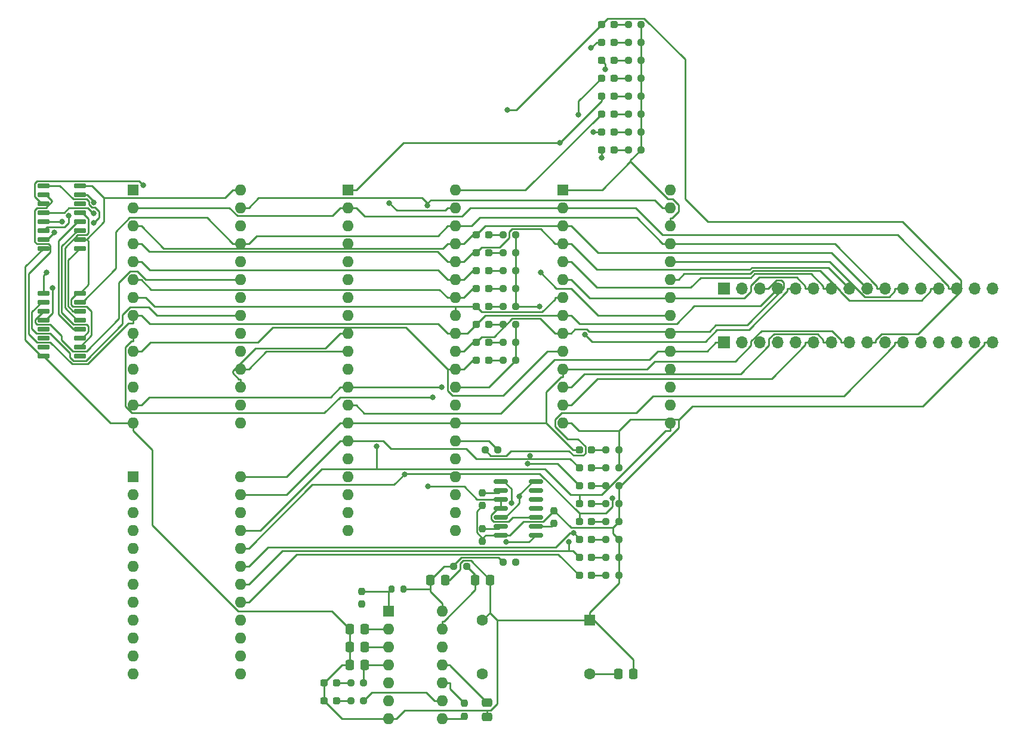
<source format=gbr>
%TF.GenerationSoftware,KiCad,Pcbnew,(6.0.10)*%
%TF.CreationDate,2023-01-13T13:11:36+01:00*%
%TF.ProjectId,z80-test-board,7a38302d-7465-4737-942d-626f6172642e,rev?*%
%TF.SameCoordinates,Original*%
%TF.FileFunction,Copper,L1,Top*%
%TF.FilePolarity,Positive*%
%FSLAX46Y46*%
G04 Gerber Fmt 4.6, Leading zero omitted, Abs format (unit mm)*
G04 Created by KiCad (PCBNEW (6.0.10)) date 2023-01-13 13:11:36*
%MOMM*%
%LPD*%
G01*
G04 APERTURE LIST*
G04 Aperture macros list*
%AMRoundRect*
0 Rectangle with rounded corners*
0 $1 Rounding radius*
0 $2 $3 $4 $5 $6 $7 $8 $9 X,Y pos of 4 corners*
0 Add a 4 corners polygon primitive as box body*
4,1,4,$2,$3,$4,$5,$6,$7,$8,$9,$2,$3,0*
0 Add four circle primitives for the rounded corners*
1,1,$1+$1,$2,$3*
1,1,$1+$1,$4,$5*
1,1,$1+$1,$6,$7*
1,1,$1+$1,$8,$9*
0 Add four rect primitives between the rounded corners*
20,1,$1+$1,$2,$3,$4,$5,0*
20,1,$1+$1,$4,$5,$6,$7,0*
20,1,$1+$1,$6,$7,$8,$9,0*
20,1,$1+$1,$8,$9,$2,$3,0*%
G04 Aperture macros list end*
%TA.AperFunction,SMDPad,CuDef*%
%ADD10RoundRect,0.237500X0.237500X-0.250000X0.237500X0.250000X-0.237500X0.250000X-0.237500X-0.250000X0*%
%TD*%
%TA.AperFunction,SMDPad,CuDef*%
%ADD11RoundRect,0.250000X0.337500X0.475000X-0.337500X0.475000X-0.337500X-0.475000X0.337500X-0.475000X0*%
%TD*%
%TA.AperFunction,SMDPad,CuDef*%
%ADD12RoundRect,0.237500X0.287500X0.237500X-0.287500X0.237500X-0.287500X-0.237500X0.287500X-0.237500X0*%
%TD*%
%TA.AperFunction,SMDPad,CuDef*%
%ADD13RoundRect,0.237500X0.250000X0.237500X-0.250000X0.237500X-0.250000X-0.237500X0.250000X-0.237500X0*%
%TD*%
%TA.AperFunction,SMDPad,CuDef*%
%ADD14RoundRect,0.237500X-0.250000X-0.237500X0.250000X-0.237500X0.250000X0.237500X-0.250000X0.237500X0*%
%TD*%
%TA.AperFunction,SMDPad,CuDef*%
%ADD15RoundRect,0.237500X-0.237500X0.250000X-0.237500X-0.250000X0.237500X-0.250000X0.237500X0.250000X0*%
%TD*%
%TA.AperFunction,ComponentPad*%
%ADD16R,1.600000X1.600000*%
%TD*%
%TA.AperFunction,ComponentPad*%
%ADD17O,1.600000X1.600000*%
%TD*%
%TA.AperFunction,SMDPad,CuDef*%
%ADD18RoundRect,0.250000X-0.337500X-0.475000X0.337500X-0.475000X0.337500X0.475000X-0.337500X0.475000X0*%
%TD*%
%TA.AperFunction,SMDPad,CuDef*%
%ADD19RoundRect,0.200000X0.200000X0.275000X-0.200000X0.275000X-0.200000X-0.275000X0.200000X-0.275000X0*%
%TD*%
%TA.AperFunction,SMDPad,CuDef*%
%ADD20RoundRect,0.237500X-0.287500X-0.237500X0.287500X-0.237500X0.287500X0.237500X-0.287500X0.237500X0*%
%TD*%
%TA.AperFunction,ComponentPad*%
%ADD21R,1.700000X1.700000*%
%TD*%
%TA.AperFunction,ComponentPad*%
%ADD22O,1.700000X1.700000*%
%TD*%
%TA.AperFunction,SMDPad,CuDef*%
%ADD23RoundRect,0.150000X-0.725000X-0.150000X0.725000X-0.150000X0.725000X0.150000X-0.725000X0.150000X0*%
%TD*%
%TA.AperFunction,ComponentPad*%
%ADD24C,1.600000*%
%TD*%
%TA.AperFunction,SMDPad,CuDef*%
%ADD25RoundRect,0.250000X-0.475000X0.337500X-0.475000X-0.337500X0.475000X-0.337500X0.475000X0.337500X0*%
%TD*%
%TA.AperFunction,SMDPad,CuDef*%
%ADD26RoundRect,0.150000X-0.825000X-0.150000X0.825000X-0.150000X0.825000X0.150000X-0.825000X0.150000X0*%
%TD*%
%TA.AperFunction,ViaPad*%
%ADD27C,0.800000*%
%TD*%
%TA.AperFunction,Conductor*%
%ADD28C,0.250000*%
%TD*%
G04 APERTURE END LIST*
D10*
%TO.P,R7,1*%
%TO.N,Net-(R7-Pad1)*%
X133985000Y-110767500D03*
%TO.P,R7,2*%
%TO.N,Net-(CLK1-Pad1)*%
X133985000Y-108942500D03*
%TD*%
D11*
%TO.P,C7,1*%
%TO.N,GND*%
X152167500Y-107315000D03*
%TO.P,C7,2*%
%TO.N,Net-(C7-Pad2)*%
X150092500Y-107315000D03*
%TD*%
D12*
%TO.P,D15,1,K*%
%TO.N,Net-(D15-Pad1)*%
X169785000Y-36195000D03*
%TO.P,D15,2,A*%
%TO.N,/A12*%
X168035000Y-36195000D03*
%TD*%
%TO.P,D23,1,K*%
%TO.N,Net-(D23-Pad1)*%
X166610000Y-99060000D03*
%TO.P,D23,2,A*%
%TO.N,/D4*%
X164860000Y-99060000D03*
%TD*%
%TO.P,D21,1,K*%
%TO.N,Net-(D21-Pad1)*%
X166610000Y-93980000D03*
%TO.P,D21,2,A*%
%TO.N,/D2*%
X164860000Y-93980000D03*
%TD*%
%TO.P,D5,1,K*%
%TO.N,Net-(D5-Pad1)*%
X152005000Y-71120000D03*
%TO.P,D5,2,A*%
%TO.N,/A2*%
X150255000Y-71120000D03*
%TD*%
D13*
%TO.P,R32,1*%
%TO.N,GND*%
X170457500Y-99060000D03*
%TO.P,R32,2*%
%TO.N,Net-(D23-Pad1)*%
X168632500Y-99060000D03*
%TD*%
%TO.P,R14,1*%
%TO.N,GND*%
X155852500Y-71120000D03*
%TO.P,R14,2*%
%TO.N,Net-(D5-Pad1)*%
X154027500Y-71120000D03*
%TD*%
D14*
%TO.P,R9,1*%
%TO.N,Net-(D1-Pad2)*%
X132437500Y-121920000D03*
%TO.P,R9,2*%
%TO.N,+5V*%
X134262500Y-121920000D03*
%TD*%
D12*
%TO.P,D20,1,K*%
%TO.N,Net-(D20-Pad1)*%
X166610000Y-91440000D03*
%TO.P,D20,2,A*%
%TO.N,/D1*%
X164860000Y-91440000D03*
%TD*%
D15*
%TO.P,R5,1*%
%TO.N,GND*%
X161290000Y-97512500D03*
%TO.P,R5,2*%
%TO.N,Net-(R5-Pad2)*%
X161290000Y-99337500D03*
%TD*%
D16*
%TO.P,CPU1,1,A11*%
%TO.N,/A11*%
X132075000Y-52075000D03*
D17*
%TO.P,CPU1,2,A12*%
%TO.N,/A12*%
X132075000Y-54615000D03*
%TO.P,CPU1,3,A13*%
%TO.N,/A13*%
X132075000Y-57155000D03*
%TO.P,CPU1,4,A14*%
%TO.N,/A14*%
X132075000Y-59695000D03*
%TO.P,CPU1,5,A15*%
%TO.N,/A15*%
X132075000Y-62235000D03*
%TO.P,CPU1,6,~{CLK}*%
%TO.N,Clock*%
X132075000Y-64775000D03*
%TO.P,CPU1,7,D4*%
%TO.N,/D4*%
X132075000Y-67315000D03*
%TO.P,CPU1,8,D3*%
%TO.N,/D3*%
X132075000Y-69855000D03*
%TO.P,CPU1,9,D5*%
%TO.N,/D5*%
X132075000Y-72395000D03*
%TO.P,CPU1,10,D6*%
%TO.N,/D6*%
X132075000Y-74935000D03*
%TO.P,CPU1,11,VCC*%
%TO.N,+5V*%
X132075000Y-77475000D03*
%TO.P,CPU1,12,D2*%
%TO.N,/D2*%
X132075000Y-80015000D03*
%TO.P,CPU1,13,D7*%
%TO.N,/D7*%
X132075000Y-82555000D03*
%TO.P,CPU1,14,D0*%
%TO.N,/D0*%
X132075000Y-85095000D03*
%TO.P,CPU1,15,D1*%
%TO.N,/D1*%
X132075000Y-87635000D03*
%TO.P,CPU1,16,~{INT}*%
%TO.N,/INT*%
X132075000Y-90175000D03*
%TO.P,CPU1,17,~{NMI}*%
%TO.N,/NMI*%
X132075000Y-92715000D03*
%TO.P,CPU1,18,~{HALT}*%
%TO.N,/HALT*%
X132075000Y-95255000D03*
%TO.P,CPU1,19,~{MREQ}*%
%TO.N,/MREQ*%
X132075000Y-97795000D03*
%TO.P,CPU1,20,~{IORQ}*%
%TO.N,/IORQ*%
X132075000Y-100335000D03*
%TO.P,CPU1,21,~{RD}*%
%TO.N,/RD*%
X147315000Y-100335000D03*
%TO.P,CPU1,22,~{WR}*%
%TO.N,/WR*%
X147315000Y-97795000D03*
%TO.P,CPU1,23,~{BUSACK}*%
%TO.N,unconnected-(CPU1-Pad23)*%
X147315000Y-95255000D03*
%TO.P,CPU1,24,~{WAIT}*%
%TO.N,/WAIT*%
X147315000Y-92715000D03*
%TO.P,CPU1,25,~{BUSRQ}*%
%TO.N,unconnected-(CPU1-Pad25)*%
X147315000Y-90175000D03*
%TO.P,CPU1,26,~{RESET}*%
%TO.N,Net-(CPU1-Pad26)*%
X147315000Y-87635000D03*
%TO.P,CPU1,27,~{M1}*%
%TO.N,/M1*%
X147315000Y-85095000D03*
%TO.P,CPU1,28,~{RFSH}*%
%TO.N,/RFSH*%
X147315000Y-82555000D03*
%TO.P,CPU1,29,GND*%
%TO.N,GND*%
X147315000Y-80015000D03*
%TO.P,CPU1,30,A0*%
%TO.N,/A0*%
X147315000Y-77475000D03*
%TO.P,CPU1,31,A1*%
%TO.N,/A1*%
X147315000Y-74935000D03*
%TO.P,CPU1,32,A2*%
%TO.N,/A2*%
X147315000Y-72395000D03*
%TO.P,CPU1,33,A3*%
%TO.N,/A3*%
X147315000Y-69855000D03*
%TO.P,CPU1,34,A4*%
%TO.N,/A4*%
X147315000Y-67315000D03*
%TO.P,CPU1,35,A5*%
%TO.N,/A5*%
X147315000Y-64775000D03*
%TO.P,CPU1,36,A6*%
%TO.N,/A6*%
X147315000Y-62235000D03*
%TO.P,CPU1,37,A7*%
%TO.N,/A7*%
X147315000Y-59695000D03*
%TO.P,CPU1,38,A8*%
%TO.N,/A8*%
X147315000Y-57155000D03*
%TO.P,CPU1,39,A9*%
%TO.N,/A9*%
X147315000Y-54615000D03*
%TO.P,CPU1,40,A10*%
%TO.N,/A10*%
X147315000Y-52075000D03*
%TD*%
D13*
%TO.P,R23,1*%
%TO.N,GND*%
X173632500Y-38735000D03*
%TO.P,R23,2*%
%TO.N,Net-(D14-Pad1)*%
X171807500Y-38735000D03*
%TD*%
D12*
%TO.P,D19,1,K*%
%TO.N,Net-(D19-Pad1)*%
X166610000Y-88900000D03*
%TO.P,D19,2,A*%
%TO.N,/D0*%
X164860000Y-88900000D03*
%TD*%
D13*
%TO.P,R19,1*%
%TO.N,GND*%
X155852500Y-58420000D03*
%TO.P,R19,2*%
%TO.N,Net-(D10-Pad1)*%
X154027500Y-58420000D03*
%TD*%
D12*
%TO.P,D16,1,K*%
%TO.N,Net-(D16-Pad1)*%
X169785000Y-33655000D03*
%TO.P,D16,2,A*%
%TO.N,/A13*%
X168035000Y-33655000D03*
%TD*%
%TO.P,D6,1,K*%
%TO.N,Net-(D6-Pad1)*%
X152005000Y-68580000D03*
%TO.P,D6,2,A*%
%TO.N,/A3*%
X150255000Y-68580000D03*
%TD*%
%TO.P,D8,1,K*%
%TO.N,Net-(D8-Pad1)*%
X152005000Y-63500000D03*
%TO.P,D8,2,A*%
%TO.N,/A5*%
X150255000Y-63500000D03*
%TD*%
%TO.P,D22,1,K*%
%TO.N,Net-(D22-Pad1)*%
X166610000Y-96520000D03*
%TO.P,D22,2,A*%
%TO.N,/D3*%
X164860000Y-96520000D03*
%TD*%
D14*
%TO.P,R11,1*%
%TO.N,/RST*%
X151487500Y-88900000D03*
%TO.P,R11,2*%
%TO.N,Net-(CPU1-Pad26)*%
X153312500Y-88900000D03*
%TD*%
D11*
%TO.P,C5,1*%
%TO.N,Net-(C5-Pad1)*%
X134387500Y-116840000D03*
%TO.P,C5,2*%
%TO.N,GND*%
X132312500Y-116840000D03*
%TD*%
D13*
%TO.P,R26,1*%
%TO.N,GND*%
X173632500Y-31115000D03*
%TO.P,R26,2*%
%TO.N,Net-(D17-Pad1)*%
X171807500Y-31115000D03*
%TD*%
D16*
%TO.P,RAM1,1,A14*%
%TO.N,GND*%
X162555000Y-52055000D03*
D17*
%TO.P,RAM1,2,A12*%
%TO.N,/A12*%
X162555000Y-54595000D03*
%TO.P,RAM1,3,A7*%
%TO.N,/A7*%
X162555000Y-57135000D03*
%TO.P,RAM1,4,A6*%
%TO.N,/A6*%
X162555000Y-59675000D03*
%TO.P,RAM1,5,A5*%
%TO.N,/A5*%
X162555000Y-62215000D03*
%TO.P,RAM1,6,A4*%
%TO.N,/A4*%
X162555000Y-64755000D03*
%TO.P,RAM1,7,A3*%
%TO.N,/A3*%
X162555000Y-67295000D03*
%TO.P,RAM1,8,A2*%
%TO.N,/A2*%
X162555000Y-69835000D03*
%TO.P,RAM1,9,A1*%
%TO.N,/A1*%
X162555000Y-72375000D03*
%TO.P,RAM1,10,A0*%
%TO.N,/A0*%
X162555000Y-74915000D03*
%TO.P,RAM1,11,Q0*%
%TO.N,/D0*%
X162555000Y-77455000D03*
%TO.P,RAM1,12,Q1*%
%TO.N,/D1*%
X162555000Y-79995000D03*
%TO.P,RAM1,13,Q2*%
%TO.N,/D2*%
X162555000Y-82535000D03*
%TO.P,RAM1,14,GND*%
%TO.N,GND*%
X162555000Y-85075000D03*
%TO.P,RAM1,15,Q3*%
%TO.N,/D3*%
X177795000Y-85075000D03*
%TO.P,RAM1,16,Q4*%
%TO.N,/D4*%
X177795000Y-82535000D03*
%TO.P,RAM1,17,Q5*%
%TO.N,/D5*%
X177795000Y-79995000D03*
%TO.P,RAM1,18,Q6*%
%TO.N,/D6*%
X177795000Y-77455000D03*
%TO.P,RAM1,19,Q7*%
%TO.N,/D7*%
X177795000Y-74915000D03*
%TO.P,RAM1,20,~{CS}*%
%TO.N,/RAM1-CS*%
X177795000Y-72375000D03*
%TO.P,RAM1,21,A10*%
%TO.N,/A10*%
X177795000Y-69835000D03*
%TO.P,RAM1,22,~{OE}*%
%TO.N,/RD*%
X177795000Y-67295000D03*
%TO.P,RAM1,23,A11*%
%TO.N,/A11*%
X177795000Y-64755000D03*
%TO.P,RAM1,24,A9*%
%TO.N,/A9*%
X177795000Y-62215000D03*
%TO.P,RAM1,25,A8*%
%TO.N,/A8*%
X177795000Y-59675000D03*
%TO.P,RAM1,26,A13*%
%TO.N,GND*%
X177795000Y-57135000D03*
%TO.P,RAM1,27,~{WE}*%
%TO.N,/WR*%
X177795000Y-54595000D03*
%TO.P,RAM1,28,VCC*%
%TO.N,+5V*%
X177795000Y-52055000D03*
%TD*%
D12*
%TO.P,D9,1,K*%
%TO.N,Net-(D9-Pad1)*%
X152005000Y-60960000D03*
%TO.P,D9,2,A*%
%TO.N,/A6*%
X150255000Y-60960000D03*
%TD*%
D13*
%TO.P,R33,1*%
%TO.N,GND*%
X170457500Y-101600000D03*
%TO.P,R33,2*%
%TO.N,Net-(D24-Pad1)*%
X168632500Y-101600000D03*
%TD*%
%TO.P,R10,1*%
%TO.N,/ManClk*%
X134262500Y-124460000D03*
%TO.P,R10,2*%
%TO.N,Net-(D2-Pad2)*%
X132437500Y-124460000D03*
%TD*%
D12*
%TO.P,D18,1,K*%
%TO.N,Net-(D18-Pad1)*%
X169785000Y-28575000D03*
%TO.P,D18,2,A*%
%TO.N,/A15*%
X168035000Y-28575000D03*
%TD*%
D13*
%TO.P,R15,1*%
%TO.N,GND*%
X155852500Y-68580000D03*
%TO.P,R15,2*%
%TO.N,Net-(D6-Pad1)*%
X154027500Y-68580000D03*
%TD*%
D16*
%TO.P,ROM1,1*%
%TO.N,N/C*%
X101595000Y-52055000D03*
D17*
%TO.P,ROM1,2,A12*%
%TO.N,/A12*%
X101595000Y-54595000D03*
%TO.P,ROM1,3,A7*%
%TO.N,/A7*%
X101595000Y-57135000D03*
%TO.P,ROM1,4,A6*%
%TO.N,/A6*%
X101595000Y-59675000D03*
%TO.P,ROM1,5,A5*%
%TO.N,/A5*%
X101595000Y-62215000D03*
%TO.P,ROM1,6,A4*%
%TO.N,/A4*%
X101595000Y-64755000D03*
%TO.P,ROM1,7,A3*%
%TO.N,/A3*%
X101595000Y-67295000D03*
%TO.P,ROM1,8,A2*%
%TO.N,/A2*%
X101595000Y-69835000D03*
%TO.P,ROM1,9,A1*%
%TO.N,/A1*%
X101595000Y-72375000D03*
%TO.P,ROM1,10,A0*%
%TO.N,/A0*%
X101595000Y-74915000D03*
%TO.P,ROM1,11,I/O0*%
%TO.N,/D0*%
X101595000Y-77455000D03*
%TO.P,ROM1,12,I/O1*%
%TO.N,/D1*%
X101595000Y-79995000D03*
%TO.P,ROM1,13,I/O2*%
%TO.N,/D2*%
X101595000Y-82535000D03*
%TO.P,ROM1,14,GND*%
%TO.N,GND*%
X101595000Y-85075000D03*
%TO.P,ROM1,15,I/O3*%
%TO.N,/D3*%
X116835000Y-85075000D03*
%TO.P,ROM1,16,I/O4*%
%TO.N,/D4*%
X116835000Y-82535000D03*
%TO.P,ROM1,17,I/O5*%
%TO.N,/D5*%
X116835000Y-79995000D03*
%TO.P,ROM1,18,I/O6*%
%TO.N,/D6*%
X116835000Y-77455000D03*
%TO.P,ROM1,19,I/O7*%
%TO.N,/D7*%
X116835000Y-74915000D03*
%TO.P,ROM1,20,~{CE}*%
%TO.N,/ROM1-CS*%
X116835000Y-72375000D03*
%TO.P,ROM1,21,A10*%
%TO.N,/A10*%
X116835000Y-69835000D03*
%TO.P,ROM1,22,~{OE}*%
%TO.N,/RD*%
X116835000Y-67295000D03*
%TO.P,ROM1,23,A11*%
%TO.N,/A11*%
X116835000Y-64755000D03*
%TO.P,ROM1,24,A9*%
%TO.N,/A9*%
X116835000Y-62215000D03*
%TO.P,ROM1,25,A8*%
%TO.N,/A8*%
X116835000Y-59675000D03*
%TO.P,ROM1,26*%
%TO.N,N/C*%
X116835000Y-57135000D03*
%TO.P,ROM1,27,~{WE}*%
%TO.N,/WR*%
X116835000Y-54595000D03*
%TO.P,ROM1,28,VCC*%
%TO.N,+5V*%
X116835000Y-52055000D03*
%TD*%
D12*
%TO.P,D26,1,K*%
%TO.N,Net-(D26-Pad1)*%
X166610000Y-106680000D03*
%TO.P,D26,2,A*%
%TO.N,/D7*%
X164860000Y-106680000D03*
%TD*%
D13*
%TO.P,R31,1*%
%TO.N,GND*%
X170457500Y-96520000D03*
%TO.P,R31,2*%
%TO.N,Net-(D22-Pad1)*%
X168632500Y-96520000D03*
%TD*%
D18*
%TO.P,C4,1*%
%TO.N,GND*%
X132312500Y-119380000D03*
%TO.P,C4,2*%
%TO.N,+5V*%
X134387500Y-119380000D03*
%TD*%
D19*
%TO.P,R6,1*%
%TO.N,+5V*%
X139890000Y-108585000D03*
%TO.P,R6,2*%
%TO.N,Net-(CLK1-Pad1)*%
X138240000Y-108585000D03*
%TD*%
D10*
%TO.P,R4,1*%
%TO.N,GND*%
X151130000Y-101877500D03*
%TO.P,R4,2*%
%TO.N,Net-(R4-Pad2)*%
X151130000Y-100052500D03*
%TD*%
D20*
%TO.P,D1,1,K*%
%TO.N,GND*%
X128665000Y-121920000D03*
%TO.P,D1,2,A*%
%TO.N,Net-(D1-Pad2)*%
X130415000Y-121920000D03*
%TD*%
D13*
%TO.P,R12,1*%
%TO.N,GND*%
X155852500Y-76200000D03*
%TO.P,R12,2*%
%TO.N,Net-(D3-Pad1)*%
X154027500Y-76200000D03*
%TD*%
D21*
%TO.P,J2,1,Pin_1*%
%TO.N,/D7*%
X185420000Y-73660000D03*
D22*
%TO.P,J2,2,Pin_2*%
%TO.N,/D6*%
X187960000Y-73660000D03*
%TO.P,J2,3,Pin_3*%
%TO.N,/D5*%
X190500000Y-73660000D03*
%TO.P,J2,4,Pin_4*%
%TO.N,/D4*%
X193040000Y-73660000D03*
%TO.P,J2,5,Pin_5*%
%TO.N,/D3*%
X195580000Y-73660000D03*
%TO.P,J2,6,Pin_6*%
%TO.N,/D2*%
X198120000Y-73660000D03*
%TO.P,J2,7,Pin_7*%
%TO.N,/D1*%
X200660000Y-73660000D03*
%TO.P,J2,8,Pin_8*%
%TO.N,/D0*%
X203200000Y-73660000D03*
%TO.P,J2,9,Pin_9*%
%TO.N,/A15*%
X205740000Y-73660000D03*
%TO.P,J2,10,Pin_10*%
%TO.N,+5V*%
X208280000Y-73660000D03*
%TO.P,J2,11,Pin_11*%
%TO.N,/RST*%
X210820000Y-73660000D03*
%TO.P,J2,12,Pin_12*%
%TO.N,/IORQ*%
X213360000Y-73660000D03*
%TO.P,J2,13,Pin_13*%
%TO.N,/MREQ*%
X215900000Y-73660000D03*
%TO.P,J2,14,Pin_14*%
%TO.N,/RD*%
X218440000Y-73660000D03*
%TO.P,J2,15,Pin_15*%
%TO.N,/WR*%
X220980000Y-73660000D03*
%TO.P,J2,16,Pin_16*%
%TO.N,GND*%
X223520000Y-73660000D03*
%TD*%
D21*
%TO.P,J1,1,Pin_1*%
%TO.N,GND*%
X185420000Y-66040000D03*
D22*
%TO.P,J1,2,Pin_2*%
%TO.N,/A0*%
X187960000Y-66040000D03*
%TO.P,J1,3,Pin_3*%
%TO.N,/A1*%
X190500000Y-66040000D03*
%TO.P,J1,4,Pin_4*%
%TO.N,/A2*%
X193040000Y-66040000D03*
%TO.P,J1,5,Pin_5*%
%TO.N,/A3*%
X195580000Y-66040000D03*
%TO.P,J1,6,Pin_6*%
%TO.N,/A4*%
X198120000Y-66040000D03*
%TO.P,J1,7,Pin_7*%
%TO.N,/A5*%
X200660000Y-66040000D03*
%TO.P,J1,8,Pin_8*%
%TO.N,/A6*%
X203200000Y-66040000D03*
%TO.P,J1,9,Pin_9*%
%TO.N,/A7*%
X205740000Y-66040000D03*
%TO.P,J1,10,Pin_10*%
%TO.N,/A8*%
X208280000Y-66040000D03*
%TO.P,J1,11,Pin_11*%
%TO.N,/A9*%
X210820000Y-66040000D03*
%TO.P,J1,12,Pin_12*%
%TO.N,/A10*%
X213360000Y-66040000D03*
%TO.P,J1,13,Pin_13*%
%TO.N,/A11*%
X215900000Y-66040000D03*
%TO.P,J1,14,Pin_14*%
%TO.N,/A12*%
X218440000Y-66040000D03*
%TO.P,J1,15,Pin_15*%
%TO.N,/A13*%
X220980000Y-66040000D03*
%TO.P,J1,16,Pin_16*%
%TO.N,/A14*%
X223520000Y-66040000D03*
%TD*%
D13*
%TO.P,R18,1*%
%TO.N,GND*%
X155852500Y-60960000D03*
%TO.P,R18,2*%
%TO.N,Net-(D9-Pad1)*%
X154027500Y-60960000D03*
%TD*%
%TO.P,R16,1*%
%TO.N,GND*%
X155852500Y-66040000D03*
%TO.P,R16,2*%
%TO.N,Net-(D7-Pad1)*%
X154027500Y-66040000D03*
%TD*%
D12*
%TO.P,D11,1,K*%
%TO.N,Net-(D11-Pad1)*%
X169785000Y-46355000D03*
%TO.P,D11,2,A*%
%TO.N,/A8*%
X168035000Y-46355000D03*
%TD*%
D13*
%TO.P,R21,1*%
%TO.N,GND*%
X173632500Y-43815000D03*
%TO.P,R21,2*%
%TO.N,Net-(D12-Pad1)*%
X171807500Y-43815000D03*
%TD*%
D15*
%TO.P,R1,1*%
%TO.N,+5V*%
X148590000Y-124817500D03*
%TO.P,R1,2*%
%TO.N,Net-(CLK1-Pad8)*%
X148590000Y-126642500D03*
%TD*%
D16*
%TO.P,CLK1,1,DIS*%
%TO.N,Net-(CLK1-Pad1)*%
X137805000Y-111755000D03*
D17*
%TO.P,CLK1,2,THR*%
%TO.N,Net-(C1-Pad1)*%
X137805000Y-114295000D03*
%TO.P,CLK1,3,CV*%
%TO.N,Net-(C5-Pad1)*%
X137805000Y-116835000D03*
%TO.P,CLK1,4,R*%
%TO.N,+5V*%
X137805000Y-119375000D03*
%TO.P,CLK1,5,Q*%
X137805000Y-121915000D03*
%TO.P,CLK1,6,TR*%
%TO.N,Net-(C1-Pad1)*%
X137805000Y-124455000D03*
%TO.P,CLK1,7,GND*%
%TO.N,GND*%
X137805000Y-126995000D03*
%TO.P,CLK1,8,TR*%
%TO.N,Net-(CLK1-Pad8)*%
X145425000Y-126995000D03*
%TO.P,CLK1,9,Q*%
%TO.N,/ManClk*%
X145425000Y-124455000D03*
%TO.P,CLK1,10,R*%
%TO.N,+5V*%
X145425000Y-121915000D03*
%TO.P,CLK1,11,CV*%
%TO.N,Net-(C6-Pad1)*%
X145425000Y-119375000D03*
%TO.P,CLK1,12,THR*%
%TO.N,Net-(C7-Pad2)*%
X145425000Y-116835000D03*
%TO.P,CLK1,13,DIS*%
X145425000Y-114295000D03*
%TO.P,CLK1,14,VCC*%
%TO.N,+5V*%
X145425000Y-111755000D03*
%TD*%
D13*
%TO.P,R28,1*%
%TO.N,GND*%
X170457500Y-88900000D03*
%TO.P,R28,2*%
%TO.N,Net-(D19-Pad1)*%
X168632500Y-88900000D03*
%TD*%
%TO.P,R34,1*%
%TO.N,GND*%
X170457500Y-104140000D03*
%TO.P,R34,2*%
%TO.N,Net-(D25-Pad1)*%
X168632500Y-104140000D03*
%TD*%
D12*
%TO.P,D10,1,K*%
%TO.N,Net-(D10-Pad1)*%
X152005000Y-58420000D03*
%TO.P,D10,2,A*%
%TO.N,/A7*%
X150255000Y-58420000D03*
%TD*%
D13*
%TO.P,R20,1*%
%TO.N,GND*%
X173632500Y-46355000D03*
%TO.P,R20,2*%
%TO.N,Net-(D11-Pad1)*%
X171807500Y-46355000D03*
%TD*%
D12*
%TO.P,D25,1,K*%
%TO.N,Net-(D25-Pad1)*%
X166610000Y-104140000D03*
%TO.P,D25,2,A*%
%TO.N,/D6*%
X164860000Y-104140000D03*
%TD*%
D13*
%TO.P,R24,1*%
%TO.N,GND*%
X173632500Y-36195000D03*
%TO.P,R24,2*%
%TO.N,Net-(D15-Pad1)*%
X171807500Y-36195000D03*
%TD*%
D12*
%TO.P,D14,1,K*%
%TO.N,Net-(D14-Pad1)*%
X169785000Y-38735000D03*
%TO.P,D14,2,A*%
%TO.N,/A11*%
X168035000Y-38735000D03*
%TD*%
%TO.P,D13,1,K*%
%TO.N,Net-(D13-Pad1)*%
X169785000Y-41275000D03*
%TO.P,D13,2,A*%
%TO.N,/A10*%
X168035000Y-41275000D03*
%TD*%
D20*
%TO.P,D2,1,K*%
%TO.N,GND*%
X128665000Y-124460000D03*
%TO.P,D2,2,A*%
%TO.N,Net-(D2-Pad2)*%
X130415000Y-124460000D03*
%TD*%
D11*
%TO.P,C2,1*%
%TO.N,GND*%
X172487500Y-120650000D03*
%TO.P,C2,2*%
%TO.N,+5V*%
X170412500Y-120650000D03*
%TD*%
D13*
%TO.P,R13,1*%
%TO.N,GND*%
X155852500Y-73660000D03*
%TO.P,R13,2*%
%TO.N,Net-(D4-Pad1)*%
X154027500Y-73660000D03*
%TD*%
D14*
%TO.P,R2,1*%
%TO.N,+5V*%
X154027500Y-104775000D03*
%TO.P,R2,2*%
%TO.N,Net-(R2-Pad2)*%
X155852500Y-104775000D03*
%TD*%
D23*
%TO.P,U2,1,QB*%
%TO.N,/A1*%
X88865000Y-51435000D03*
%TO.P,U2,2,QC*%
%TO.N,/A2*%
X88865000Y-52705000D03*
%TO.P,U2,3,QD*%
%TO.N,/A3*%
X88865000Y-53975000D03*
%TO.P,U2,4,QE*%
%TO.N,/A4*%
X88865000Y-55245000D03*
%TO.P,U2,5,QF*%
%TO.N,/A5*%
X88865000Y-56515000D03*
%TO.P,U2,6,QG*%
%TO.N,/A6*%
X88865000Y-57785000D03*
%TO.P,U2,7,QH*%
%TO.N,/A7*%
X88865000Y-59055000D03*
%TO.P,U2,8,GND*%
%TO.N,GND*%
X88865000Y-60325000D03*
%TO.P,U2,9,QH'*%
%TO.N,Net-(U2-Pad9)*%
X94015000Y-60325000D03*
%TO.P,U2,10,~{SRCLR}*%
%TO.N,+5V*%
X94015000Y-59055000D03*
%TO.P,U2,11,SRCLK*%
%TO.N,Net-(A1-Pad27)*%
X94015000Y-57785000D03*
%TO.P,U2,12,RCLK*%
%TO.N,Net-(A1-Pad26)*%
X94015000Y-56515000D03*
%TO.P,U2,13,~{OE}*%
%TO.N,Net-(U2-Pad13)*%
X94015000Y-55245000D03*
%TO.P,U2,14,SER*%
%TO.N,Net-(A1-Pad28)*%
X94015000Y-53975000D03*
%TO.P,U2,15,QA*%
%TO.N,/A0*%
X94015000Y-52705000D03*
%TO.P,U2,16,VCC*%
%TO.N,+5V*%
X94015000Y-51435000D03*
%TD*%
D14*
%TO.P,R8,1*%
%TO.N,+5V*%
X147042500Y-105410000D03*
%TO.P,R8,2*%
%TO.N,Net-(C7-Pad2)*%
X148867500Y-105410000D03*
%TD*%
D16*
%TO.P,A1,1,NC*%
%TO.N,unconnected-(A1-Pad1)*%
X101595000Y-92705000D03*
D17*
%TO.P,A1,2,IOREF*%
%TO.N,unconnected-(A1-Pad2)*%
X101595000Y-95245000D03*
%TO.P,A1,3,~{RESET}*%
%TO.N,unconnected-(A1-Pad3)*%
X101595000Y-97785000D03*
%TO.P,A1,4,3V3*%
%TO.N,unconnected-(A1-Pad4)*%
X101595000Y-100325000D03*
%TO.P,A1,5,+5V*%
%TO.N,Net-(A1-Pad5)*%
X101595000Y-102865000D03*
%TO.P,A1,6,GND*%
%TO.N,Net-(A1-Pad6)*%
X101595000Y-105405000D03*
%TO.P,A1,7,GND*%
%TO.N,unconnected-(A1-Pad7)*%
X101595000Y-107945000D03*
%TO.P,A1,8,VIN*%
%TO.N,unconnected-(A1-Pad8)*%
X101595000Y-110485000D03*
%TO.P,A1,9,A0*%
%TO.N,Net-(A1-Pad9)*%
X101595000Y-113025000D03*
%TO.P,A1,10,A1*%
%TO.N,unconnected-(A1-Pad10)*%
X101595000Y-115565000D03*
%TO.P,A1,11,A2*%
%TO.N,unconnected-(A1-Pad11)*%
X101595000Y-118105000D03*
%TO.P,A1,12,A3*%
%TO.N,unconnected-(A1-Pad12)*%
X101595000Y-120645000D03*
%TO.P,A1,13,A4*%
%TO.N,unconnected-(A1-Pad13)*%
X116835000Y-120645000D03*
%TO.P,A1,14,A5*%
%TO.N,unconnected-(A1-Pad14)*%
X116835000Y-118105000D03*
%TO.P,A1,15,D0/RX*%
%TO.N,unconnected-(A1-Pad15)*%
X116835000Y-115565000D03*
%TO.P,A1,16,D1/TX*%
%TO.N,unconnected-(A1-Pad16)*%
X116835000Y-113025000D03*
%TO.P,A1,17,D2/SDA*%
%TO.N,/D7*%
X116835000Y-110485000D03*
%TO.P,A1,18,D3/SCL*%
%TO.N,/D6*%
X116835000Y-107945000D03*
%TO.P,A1,19,D4*%
%TO.N,/D5*%
X116835000Y-105405000D03*
%TO.P,A1,20,D5*%
%TO.N,/D4*%
X116835000Y-102865000D03*
%TO.P,A1,21,D6*%
%TO.N,/D3*%
X116835000Y-100325000D03*
%TO.P,A1,22,D7*%
%TO.N,/D2*%
X116835000Y-97785000D03*
%TO.P,A1,23,D8*%
%TO.N,/D1*%
X116835000Y-95245000D03*
%TO.P,A1,24,D9*%
%TO.N,/D0*%
X116835000Y-92705000D03*
%TD*%
D12*
%TO.P,D4,1,K*%
%TO.N,Net-(D4-Pad1)*%
X152005000Y-73660000D03*
%TO.P,D4,2,A*%
%TO.N,/A1*%
X150255000Y-73660000D03*
%TD*%
D13*
%TO.P,R22,1*%
%TO.N,GND*%
X173632500Y-41275000D03*
%TO.P,R22,2*%
%TO.N,Net-(D13-Pad1)*%
X171807500Y-41275000D03*
%TD*%
%TO.P,R27,1*%
%TO.N,GND*%
X173632500Y-28575000D03*
%TO.P,R27,2*%
%TO.N,Net-(D18-Pad1)*%
X171807500Y-28575000D03*
%TD*%
%TO.P,R17,1*%
%TO.N,GND*%
X155852500Y-63500000D03*
%TO.P,R17,2*%
%TO.N,Net-(D8-Pad1)*%
X154027500Y-63500000D03*
%TD*%
%TO.P,R35,1*%
%TO.N,GND*%
X170457500Y-106680000D03*
%TO.P,R35,2*%
%TO.N,Net-(D26-Pad1)*%
X168632500Y-106680000D03*
%TD*%
D11*
%TO.P,C3,1*%
%TO.N,GND*%
X145817500Y-107315000D03*
%TO.P,C3,2*%
%TO.N,+5V*%
X143742500Y-107315000D03*
%TD*%
D23*
%TO.P,U3,1,QB*%
%TO.N,/A9*%
X88865000Y-66675000D03*
%TO.P,U3,2,QC*%
%TO.N,/A10*%
X88865000Y-67945000D03*
%TO.P,U3,3,QD*%
%TO.N,/A11*%
X88865000Y-69215000D03*
%TO.P,U3,4,QE*%
%TO.N,/A12*%
X88865000Y-70485000D03*
%TO.P,U3,5,QF*%
%TO.N,unconnected-(U3-Pad5)*%
X88865000Y-71755000D03*
%TO.P,U3,6,QG*%
%TO.N,unconnected-(U3-Pad6)*%
X88865000Y-73025000D03*
%TO.P,U3,7,QH*%
%TO.N,unconnected-(U3-Pad7)*%
X88865000Y-74295000D03*
%TO.P,U3,8,GND*%
%TO.N,GND*%
X88865000Y-75565000D03*
%TO.P,U3,9,QH'*%
%TO.N,unconnected-(U3-Pad9)*%
X94015000Y-75565000D03*
%TO.P,U3,10,~{SRCLR}*%
%TO.N,+5V*%
X94015000Y-74295000D03*
%TO.P,U3,11,SRCLK*%
%TO.N,Net-(A1-Pad27)*%
X94015000Y-73025000D03*
%TO.P,U3,12,RCLK*%
%TO.N,Net-(A1-Pad26)*%
X94015000Y-71755000D03*
%TO.P,U3,13,~{OE}*%
%TO.N,Net-(U2-Pad13)*%
X94015000Y-70485000D03*
%TO.P,U3,14,SER*%
%TO.N,Net-(U2-Pad9)*%
X94015000Y-69215000D03*
%TO.P,U3,15,QA*%
%TO.N,/A8*%
X94015000Y-67945000D03*
%TO.P,U3,16,VCC*%
%TO.N,+5V*%
X94015000Y-66675000D03*
%TD*%
D13*
%TO.P,R29,1*%
%TO.N,GND*%
X170457500Y-91440000D03*
%TO.P,R29,2*%
%TO.N,Net-(D20-Pad1)*%
X168632500Y-91440000D03*
%TD*%
D16*
%TO.P,X8.000Mhz1,1,EN*%
%TO.N,GND*%
X166370000Y-113030000D03*
D24*
%TO.P,X8.000Mhz1,7,GND*%
X151130000Y-113030000D03*
%TO.P,X8.000Mhz1,8,OUT*%
%TO.N,/FstClk*%
X151130000Y-120650000D03*
%TO.P,X8.000Mhz1,14,Vcc*%
%TO.N,+5V*%
X166370000Y-120650000D03*
%TD*%
D11*
%TO.P,C1,1*%
%TO.N,Net-(C1-Pad1)*%
X134387500Y-114300000D03*
%TO.P,C1,2*%
%TO.N,GND*%
X132312500Y-114300000D03*
%TD*%
D12*
%TO.P,D17,1,K*%
%TO.N,Net-(D17-Pad1)*%
X169785000Y-31115000D03*
%TO.P,D17,2,A*%
%TO.N,/A14*%
X168035000Y-31115000D03*
%TD*%
%TO.P,D7,1,K*%
%TO.N,Net-(D7-Pad1)*%
X152005000Y-66040000D03*
%TO.P,D7,2,A*%
%TO.N,/A4*%
X150255000Y-66040000D03*
%TD*%
D25*
%TO.P,C6,1*%
%TO.N,Net-(C6-Pad1)*%
X151765000Y-124692500D03*
%TO.P,C6,2*%
%TO.N,GND*%
X151765000Y-126767500D03*
%TD*%
D13*
%TO.P,R25,1*%
%TO.N,GND*%
X173632500Y-33655000D03*
%TO.P,R25,2*%
%TO.N,Net-(D16-Pad1)*%
X171807500Y-33655000D03*
%TD*%
D12*
%TO.P,D12,1,K*%
%TO.N,Net-(D12-Pad1)*%
X169785000Y-43815000D03*
%TO.P,D12,2,A*%
%TO.N,/A9*%
X168035000Y-43815000D03*
%TD*%
D26*
%TO.P,U1,1*%
%TO.N,/FstClk*%
X153735000Y-93345000D03*
%TO.P,U1,2*%
%TO.N,Net-(R3-Pad2)*%
X153735000Y-94615000D03*
%TO.P,U1,3*%
%TO.N,Clock*%
X153735000Y-95885000D03*
%TO.P,U1,4*%
X153735000Y-97155000D03*
%TO.P,U1,5*%
%TO.N,+5V*%
X153735000Y-98425000D03*
%TO.P,U1,6*%
%TO.N,Net-(R4-Pad2)*%
X153735000Y-99695000D03*
%TO.P,U1,7,VSS*%
%TO.N,GND*%
X153735000Y-100965000D03*
%TO.P,U1,8*%
%TO.N,/ManClk*%
X158685000Y-100965000D03*
%TO.P,U1,9*%
%TO.N,Net-(R5-Pad2)*%
X158685000Y-99695000D03*
%TO.P,U1,10*%
%TO.N,Clock*%
X158685000Y-98425000D03*
%TO.P,U1,11*%
%TO.N,N/C*%
X158685000Y-97155000D03*
%TO.P,U1,12*%
X158685000Y-95885000D03*
%TO.P,U1,13*%
X158685000Y-94615000D03*
%TO.P,U1,14,VDD*%
%TO.N,+5V*%
X158685000Y-93345000D03*
%TD*%
D13*
%TO.P,R30,1*%
%TO.N,GND*%
X170457500Y-93980000D03*
%TO.P,R30,2*%
%TO.N,Net-(D21-Pad1)*%
X168632500Y-93980000D03*
%TD*%
D12*
%TO.P,D3,1,K*%
%TO.N,Net-(D3-Pad1)*%
X152005000Y-76200000D03*
%TO.P,D3,2,A*%
%TO.N,/A0*%
X150255000Y-76200000D03*
%TD*%
%TO.P,D24,1,K*%
%TO.N,Net-(D24-Pad1)*%
X166610000Y-101600000D03*
%TO.P,D24,2,A*%
%TO.N,/D5*%
X164860000Y-101600000D03*
%TD*%
D10*
%TO.P,R3,1*%
%TO.N,GND*%
X151130000Y-96797500D03*
%TO.P,R3,2*%
%TO.N,Net-(R3-Pad2)*%
X151130000Y-94972500D03*
%TD*%
D27*
%TO.N,/A3*%
X165649900Y-72556100D03*
X103022000Y-51406000D03*
%TO.N,/A1*%
X144034200Y-81409800D03*
X95950000Y-56719000D03*
%TO.N,/A0*%
X96009000Y-53820800D03*
%TO.N,/D1*%
X157840100Y-89762400D03*
%TO.N,/D2*%
X157568600Y-90873000D03*
X145306900Y-80015000D03*
%TO.N,/FstClk*%
X155208500Y-96463400D03*
%TO.N,/ManClk*%
X154522100Y-101931600D03*
%TO.N,/D6*%
X163345500Y-101899400D03*
%TO.N,/D5*%
X164032900Y-100636400D03*
%TO.N,/D3*%
X136151100Y-88390900D03*
%TO.N,/D4*%
X140088800Y-92338300D03*
X169518600Y-95718900D03*
%TO.N,/A10*%
X159386100Y-63772500D03*
%TO.N,/A9*%
X166879900Y-43815000D03*
X137914000Y-53927800D03*
X89277800Y-63791700D03*
%TO.N,/A8*%
X168035000Y-47482200D03*
%TO.N,/A7*%
X90359500Y-58091300D03*
%TO.N,/A6*%
X92418700Y-55669200D03*
%TO.N,/A5*%
X91519900Y-56567000D03*
%TO.N,/A4*%
X95947100Y-55393200D03*
%TO.N,/WR*%
X143295300Y-54256000D03*
%TO.N,/A15*%
X154664300Y-40687500D03*
%TO.N,Clock*%
X143365200Y-94079300D03*
%TO.N,/A14*%
X166547400Y-31903300D03*
%TO.N,/A13*%
X168562600Y-34968500D03*
%TO.N,/A12*%
X164736700Y-41380300D03*
X90119600Y-65955400D03*
%TO.N,/A11*%
X162112100Y-45351200D03*
%TO.N,+5V*%
X156390600Y-95520200D03*
%TO.N,GND*%
X159254800Y-68580000D03*
%TD*%
D28*
%TO.N,Net-(U2-Pad13)*%
X93644300Y-70485000D02*
X94015000Y-70485000D01*
X91881000Y-68721700D02*
X93644300Y-70485000D01*
X91881000Y-60248700D02*
X91881000Y-68721700D01*
X93709700Y-58420000D02*
X91881000Y-60248700D01*
X94956900Y-58420000D02*
X93709700Y-58420000D01*
X95224900Y-58152000D02*
X94956900Y-58420000D01*
X95224900Y-56110000D02*
X95224900Y-58152000D01*
X94359900Y-55245000D02*
X95224900Y-56110000D01*
X94015000Y-55245000D02*
X94359900Y-55245000D01*
%TO.N,Net-(R4-Pad2)*%
X153377500Y-100052500D02*
X151130000Y-100052500D01*
X153735000Y-99695000D02*
X153377500Y-100052500D01*
%TO.N,Net-(R3-Pad2)*%
X153377500Y-94972500D02*
X153735000Y-94615000D01*
X151130000Y-94972500D02*
X153377500Y-94972500D01*
%TO.N,/A3*%
X161429900Y-67528100D02*
X161429900Y-67295000D01*
X159576900Y-69381100D02*
X161429900Y-67528100D01*
X151056100Y-69381100D02*
X159576900Y-69381100D01*
X150255000Y-68580000D02*
X151056100Y-69381100D01*
X161992500Y-67295000D02*
X161429900Y-67295000D01*
X161992500Y-67295000D02*
X162555000Y-67295000D01*
X194404900Y-66405200D02*
X194404900Y-66040000D01*
X188922400Y-71887700D02*
X194404900Y-66405200D01*
X184404600Y-71887700D02*
X188922400Y-71887700D01*
X182742100Y-73550200D02*
X184404600Y-71887700D01*
X166644000Y-73550200D02*
X182742100Y-73550200D01*
X165649900Y-72556100D02*
X166644000Y-73550200D01*
X195580000Y-66040000D02*
X194404900Y-66040000D01*
X147315000Y-69855000D02*
X147315000Y-68729900D01*
X147315000Y-68580000D02*
X147315000Y-68729900D01*
X147315000Y-68580000D02*
X150255000Y-68580000D01*
X101595000Y-67295000D02*
X102720100Y-67295000D01*
X103356700Y-67295000D02*
X102720100Y-67295000D01*
X104641700Y-68580000D02*
X103356700Y-67295000D01*
X147315000Y-68580000D02*
X104641700Y-68580000D01*
X88587300Y-53975000D02*
X88865000Y-53975000D01*
X87584200Y-52971900D02*
X88587300Y-53975000D01*
X87584200Y-51136000D02*
X87584200Y-52971900D01*
X87954300Y-50765900D02*
X87584200Y-51136000D01*
X102381900Y-50765900D02*
X87954300Y-50765900D01*
X103022000Y-51406000D02*
X102381900Y-50765900D01*
%TO.N,/A2*%
X151540000Y-69835000D02*
X161429900Y-69835000D01*
X150255000Y-71120000D02*
X151540000Y-69835000D01*
X161992500Y-69835000D02*
X161429900Y-69835000D01*
X148980000Y-72395000D02*
X147315000Y-72395000D01*
X150255000Y-71120000D02*
X148980000Y-72395000D01*
X144831300Y-71036400D02*
X146189900Y-72395000D01*
X103921500Y-71036400D02*
X144831300Y-71036400D01*
X102720100Y-69835000D02*
X103921500Y-71036400D01*
X101595000Y-69835000D02*
X102720100Y-69835000D01*
X147315000Y-72395000D02*
X146189900Y-72395000D01*
X161992500Y-69835000D02*
X162555000Y-69835000D01*
X190545200Y-68534800D02*
X193040000Y-66040000D01*
X181147800Y-68534800D02*
X190545200Y-68534800D01*
X178663300Y-71019300D02*
X181147800Y-68534800D01*
X164864400Y-71019300D02*
X178663300Y-71019300D01*
X163680100Y-69835000D02*
X164864400Y-71019300D01*
X162555000Y-69835000D02*
X163680100Y-69835000D01*
X101595000Y-69835000D02*
X101595000Y-70960100D01*
X100878500Y-70960100D02*
X101595000Y-70960100D01*
X95098300Y-76740300D02*
X100878500Y-70960100D01*
X92901600Y-76740300D02*
X95098300Y-76740300D01*
X89821300Y-73660000D02*
X92901600Y-76740300D01*
X87951100Y-73660000D02*
X89821300Y-73660000D01*
X86721800Y-72430700D02*
X87951100Y-73660000D01*
X86721800Y-63945000D02*
X86721800Y-72430700D01*
X89782000Y-60884800D02*
X86721800Y-63945000D01*
X89782000Y-59903300D02*
X89782000Y-60884800D01*
X89568700Y-59690000D02*
X89782000Y-59903300D01*
X87928900Y-59690000D02*
X89568700Y-59690000D01*
X87634900Y-59396000D02*
X87928900Y-59690000D01*
X87634900Y-54911700D02*
X87634900Y-59396000D01*
X87936600Y-54610000D02*
X87634900Y-54911700D01*
X89172500Y-54610000D02*
X87936600Y-54610000D01*
X90078200Y-53704300D02*
X89172500Y-54610000D01*
X90078200Y-53586700D02*
X90078200Y-53704300D01*
X89196500Y-52705000D02*
X90078200Y-53586700D01*
X88865000Y-52705000D02*
X89196500Y-52705000D01*
%TO.N,/A1*%
X151056100Y-72858900D02*
X150255000Y-73660000D01*
X152791400Y-72858900D02*
X151056100Y-72858900D01*
X155365100Y-70285200D02*
X152791400Y-72858900D01*
X159340100Y-70285200D02*
X155365100Y-70285200D01*
X161429900Y-72375000D02*
X159340100Y-70285200D01*
X149715100Y-73660000D02*
X148440100Y-74935000D01*
X150255000Y-73660000D02*
X149715100Y-73660000D01*
X161992500Y-72375000D02*
X161429900Y-72375000D01*
X161992500Y-72375000D02*
X162555000Y-72375000D01*
X162555000Y-72375000D02*
X163680100Y-72375000D01*
X164224100Y-71831000D02*
X163680100Y-72375000D01*
X165950300Y-71831000D02*
X164224100Y-71831000D01*
X166232100Y-72112800D02*
X165950300Y-71831000D01*
X183318100Y-72112800D02*
X166232100Y-72112800D01*
X184218300Y-71212600D02*
X183318100Y-72112800D01*
X188652300Y-71212600D02*
X184218300Y-71212600D01*
X193878100Y-65986800D02*
X188652300Y-71212600D01*
X193878100Y-65204400D02*
X193878100Y-65986800D01*
X193538600Y-64864900D02*
X193878100Y-65204400D01*
X192850200Y-64864900D02*
X193538600Y-64864900D01*
X191675100Y-66040000D02*
X192850200Y-64864900D01*
X147315000Y-74935000D02*
X148440100Y-74935000D01*
X101595000Y-72375000D02*
X101595000Y-73500100D01*
X130949700Y-81409800D02*
X144034200Y-81409800D01*
X128686900Y-83672600D02*
X130949700Y-81409800D01*
X101426400Y-83672600D02*
X128686900Y-83672600D01*
X100469900Y-82716100D02*
X101426400Y-83672600D01*
X100469900Y-74343800D02*
X100469900Y-82716100D01*
X101313600Y-73500100D02*
X100469900Y-74343800D01*
X101595000Y-73500100D02*
X101313600Y-73500100D01*
X190500000Y-66040000D02*
X191675100Y-66040000D01*
X96713600Y-55955400D02*
X95950000Y-56719000D01*
X96713600Y-55118500D02*
X96713600Y-55955400D01*
X96141000Y-54545900D02*
X96713600Y-55118500D01*
X95708700Y-54545900D02*
X96141000Y-54545900D01*
X95283900Y-54121100D02*
X95708700Y-54545900D01*
X95283900Y-53688800D02*
X95283900Y-54121100D01*
X94935100Y-53340000D02*
X95283900Y-53688800D01*
X93079000Y-53340000D02*
X94935100Y-53340000D01*
X91174000Y-51435000D02*
X93079000Y-53340000D01*
X88865000Y-51435000D02*
X91174000Y-51435000D01*
%TO.N,/A0*%
X101595000Y-74915000D02*
X102720100Y-74915000D01*
X147315000Y-77475000D02*
X146302500Y-77475000D01*
X146302500Y-77475000D02*
X146189900Y-77475000D01*
X160328100Y-74915000D02*
X162555000Y-74915000D01*
X154054100Y-81189000D02*
X160328100Y-74915000D01*
X146861900Y-81189000D02*
X154054100Y-81189000D01*
X146189900Y-80517000D02*
X146861900Y-81189000D01*
X146189900Y-77475000D02*
X146189900Y-80517000D01*
X149715100Y-76200000D02*
X148440100Y-77475000D01*
X150255000Y-76200000D02*
X149715100Y-76200000D01*
X147315000Y-77475000D02*
X148440100Y-77475000D01*
X140251900Y-71537000D02*
X146189900Y-77475000D01*
X121399600Y-71537000D02*
X140251900Y-71537000D01*
X119291600Y-73645000D02*
X121399600Y-71537000D01*
X103990100Y-73645000D02*
X119291600Y-73645000D01*
X102720100Y-74915000D02*
X103990100Y-73645000D01*
X96009000Y-53685700D02*
X96009000Y-53820800D01*
X95028300Y-52705000D02*
X96009000Y-53685700D01*
X94015000Y-52705000D02*
X95028300Y-52705000D01*
%TO.N,/D1*%
X132075000Y-87635000D02*
X133200100Y-87635000D01*
X123339900Y-95245000D02*
X130949900Y-87635000D01*
X116835000Y-95245000D02*
X123339900Y-95245000D01*
X132075000Y-87635000D02*
X130949900Y-87635000D01*
X162555000Y-79995000D02*
X163680100Y-79995000D01*
X200660000Y-73660000D02*
X199484900Y-73660000D01*
X199484900Y-73294800D02*
X199484900Y-73660000D01*
X198673500Y-72483400D02*
X199484900Y-73294800D01*
X192471900Y-72483400D02*
X198673500Y-72483400D01*
X191770000Y-73185300D02*
X192471900Y-72483400D01*
X191770000Y-74086000D02*
X191770000Y-73185300D01*
X187726200Y-78129800D02*
X191770000Y-74086000D01*
X165545300Y-78129800D02*
X187726200Y-78129800D01*
X163680100Y-79995000D02*
X165545300Y-78129800D01*
X157840100Y-90147900D02*
X157840100Y-89762400D01*
X163567900Y-90147900D02*
X157840100Y-90147900D01*
X164860000Y-91440000D02*
X163567900Y-90147900D01*
X137028900Y-87635000D02*
X133200100Y-87635000D01*
X138154000Y-88760100D02*
X137028900Y-87635000D01*
X148814000Y-88760100D02*
X138154000Y-88760100D01*
X150227100Y-90173200D02*
X148814000Y-88760100D01*
X157243000Y-90173200D02*
X150227100Y-90173200D01*
X157268300Y-90147900D02*
X157243000Y-90173200D01*
X157840100Y-90147900D02*
X157268300Y-90147900D01*
%TO.N,/D0*%
X116835000Y-92705000D02*
X117960100Y-92705000D01*
X131512500Y-85095000D02*
X130949900Y-85095000D01*
X123339900Y-92705000D02*
X117960100Y-92705000D01*
X130949900Y-85095000D02*
X123339900Y-92705000D01*
X203200000Y-73660000D02*
X202024900Y-73660000D01*
X131512500Y-85095000D02*
X132075000Y-85095000D01*
X132075000Y-85095000D02*
X160188000Y-85095000D01*
X163993000Y-88900000D02*
X164860000Y-88900000D01*
X160188000Y-85095000D02*
X163993000Y-88900000D01*
X202024900Y-73292800D02*
X202024900Y-73660000D01*
X200747500Y-72015400D02*
X202024900Y-73292800D01*
X190693600Y-72015400D02*
X200747500Y-72015400D01*
X189230000Y-73479000D02*
X190693600Y-72015400D01*
X189230000Y-74061600D02*
X189230000Y-73479000D01*
X186966100Y-76325500D02*
X189230000Y-74061600D01*
X175577600Y-76325500D02*
X186966100Y-76325500D01*
X174448100Y-77455000D02*
X175577600Y-76325500D01*
X162555000Y-77455000D02*
X174448100Y-77455000D01*
X160188000Y-80665800D02*
X160188000Y-85095000D01*
X162273700Y-78580100D02*
X160188000Y-80665800D01*
X162555000Y-78580100D02*
X162273700Y-78580100D01*
X162555000Y-77455000D02*
X162555000Y-78580100D01*
%TO.N,Net-(U2-Pad9)*%
X93010900Y-69215000D02*
X94015000Y-69215000D01*
X92331100Y-68535200D02*
X93010900Y-69215000D01*
X92331100Y-62008900D02*
X92331100Y-68535200D01*
X94015000Y-60325000D02*
X92331100Y-62008900D01*
%TO.N,/D7*%
X185420000Y-73660000D02*
X184244900Y-73660000D01*
X182989900Y-74915000D02*
X177795000Y-74915000D01*
X184244900Y-73660000D02*
X182989900Y-74915000D01*
X132075000Y-82555000D02*
X133200100Y-82555000D01*
X177795000Y-74915000D02*
X176669900Y-74915000D01*
X134368500Y-83723400D02*
X133200100Y-82555000D01*
X153751600Y-83723400D02*
X134368500Y-83723400D01*
X161374500Y-76100500D02*
X153751600Y-83723400D01*
X174847900Y-76100500D02*
X161374500Y-76100500D01*
X176033400Y-74915000D02*
X174847900Y-76100500D01*
X176669900Y-74915000D02*
X176033400Y-74915000D01*
X161865100Y-103685100D02*
X164860000Y-106680000D01*
X124760000Y-103685100D02*
X161865100Y-103685100D01*
X117960100Y-110485000D02*
X124760000Y-103685100D01*
X116835000Y-110485000D02*
X117960100Y-110485000D01*
%TO.N,Net-(R5-Pad2)*%
X160932500Y-99695000D02*
X161290000Y-99337500D01*
X158685000Y-99695000D02*
X160932500Y-99695000D01*
%TO.N,Net-(D26-Pad1)*%
X168632500Y-106680000D02*
X166610000Y-106680000D01*
%TO.N,Net-(D25-Pad1)*%
X166610000Y-104140000D02*
X168632500Y-104140000D01*
%TO.N,Net-(D24-Pad1)*%
X166610000Y-101600000D02*
X168632500Y-101600000D01*
%TO.N,Net-(D23-Pad1)*%
X168632500Y-99060000D02*
X166610000Y-99060000D01*
%TO.N,Net-(D22-Pad1)*%
X168632500Y-96520000D02*
X166610000Y-96520000D01*
%TO.N,Net-(D21-Pad1)*%
X168632500Y-93980000D02*
X166610000Y-93980000D01*
%TO.N,Net-(D20-Pad1)*%
X168632500Y-91440000D02*
X166610000Y-91440000D01*
%TO.N,Net-(D19-Pad1)*%
X168632500Y-88900000D02*
X166610000Y-88900000D01*
%TO.N,Net-(D18-Pad1)*%
X171807500Y-28575000D02*
X169785000Y-28575000D01*
%TO.N,Net-(D17-Pad1)*%
X169785000Y-31115000D02*
X171807500Y-31115000D01*
%TO.N,Net-(D16-Pad1)*%
X171807500Y-33655000D02*
X169785000Y-33655000D01*
%TO.N,Net-(D15-Pad1)*%
X171807500Y-36195000D02*
X169785000Y-36195000D01*
%TO.N,Net-(D14-Pad1)*%
X169785000Y-38735000D02*
X171807500Y-38735000D01*
%TO.N,Net-(D13-Pad1)*%
X171807500Y-41275000D02*
X169785000Y-41275000D01*
%TO.N,Net-(D12-Pad1)*%
X169785000Y-43815000D02*
X171807500Y-43815000D01*
%TO.N,Net-(D11-Pad1)*%
X171807500Y-46355000D02*
X169785000Y-46355000D01*
%TO.N,Net-(D10-Pad1)*%
X152005000Y-58420000D02*
X154027500Y-58420000D01*
%TO.N,Net-(D9-Pad1)*%
X154027500Y-60960000D02*
X152005000Y-60960000D01*
%TO.N,Net-(D8-Pad1)*%
X154027500Y-63500000D02*
X152005000Y-63500000D01*
%TO.N,Net-(D7-Pad1)*%
X152005000Y-66040000D02*
X154027500Y-66040000D01*
%TO.N,Net-(D6-Pad1)*%
X154027500Y-68580000D02*
X152005000Y-68580000D01*
%TO.N,Net-(D5-Pad1)*%
X154027500Y-71120000D02*
X152005000Y-71120000D01*
%TO.N,Net-(D4-Pad1)*%
X152005000Y-73660000D02*
X154027500Y-73660000D01*
%TO.N,Net-(D3-Pad1)*%
X152005000Y-76200000D02*
X154027500Y-76200000D01*
%TO.N,Net-(D2-Pad2)*%
X130415000Y-124460000D02*
X132437500Y-124460000D01*
%TO.N,Net-(D1-Pad2)*%
X130415000Y-121920000D02*
X132437500Y-121920000D01*
%TO.N,/D2*%
X101595000Y-82535000D02*
X102720100Y-82535000D01*
X162555000Y-82535000D02*
X163680100Y-82535000D01*
X198120000Y-73660000D02*
X196944900Y-73660000D01*
X196944900Y-74025200D02*
X196944900Y-73660000D01*
X192165300Y-78804800D02*
X196944900Y-74025200D01*
X167410300Y-78804800D02*
X192165300Y-78804800D01*
X163680100Y-82535000D02*
X167410300Y-78804800D01*
X161753000Y-90873000D02*
X164860000Y-93980000D01*
X157568600Y-90873000D02*
X161753000Y-90873000D01*
X131718900Y-80015000D02*
X130949900Y-80015000D01*
X131718900Y-80015000D02*
X132075000Y-80015000D01*
X132075000Y-80015000D02*
X145306900Y-80015000D01*
X103845200Y-81409900D02*
X102720100Y-82535000D01*
X129555000Y-81409900D02*
X103845200Y-81409900D01*
X130949900Y-80015000D02*
X129555000Y-81409900D01*
%TO.N,/FstClk*%
X155208500Y-94412000D02*
X155208500Y-96463400D01*
X154141500Y-93345000D02*
X155208500Y-94412000D01*
X153735000Y-93345000D02*
X154141500Y-93345000D01*
%TO.N,/ManClk*%
X135458100Y-123264400D02*
X134262500Y-124460000D01*
X143109300Y-123264400D02*
X135458100Y-123264400D01*
X144299900Y-124455000D02*
X143109300Y-123264400D01*
X145425000Y-124455000D02*
X144299900Y-124455000D01*
X157718400Y-101931600D02*
X154522100Y-101931600D01*
X158685000Y-100965000D02*
X157718400Y-101931600D01*
%TO.N,Net-(CLK1-Pad8)*%
X148237500Y-126995000D02*
X148590000Y-126642500D01*
X145425000Y-126995000D02*
X148237500Y-126995000D01*
%TO.N,Net-(CLK1-Pad1)*%
X137805000Y-111755000D02*
X137805000Y-110629900D01*
X137805000Y-110629900D02*
X137805000Y-108942500D01*
X137882500Y-108942500D02*
X137805000Y-108942500D01*
X138240000Y-108585000D02*
X137882500Y-108942500D01*
X137805000Y-108942500D02*
X133985000Y-108942500D01*
%TO.N,/D6*%
X116835000Y-77455000D02*
X117960100Y-77455000D01*
X120480100Y-74935000D02*
X132075000Y-74935000D01*
X117960100Y-77455000D02*
X120480100Y-74935000D01*
X116835000Y-107945000D02*
X117960100Y-107945000D01*
X163345500Y-103208700D02*
X163345500Y-101899400D01*
X122696400Y-103208700D02*
X163345500Y-103208700D01*
X117960100Y-107945000D02*
X122696400Y-103208700D01*
X163928700Y-103208700D02*
X164860000Y-104140000D01*
X163345500Y-103208700D02*
X163928700Y-103208700D01*
%TO.N,/D5*%
X128860100Y-74484800D02*
X130949900Y-72395000D01*
X118935400Y-74484800D02*
X128860100Y-74484800D01*
X115696100Y-77724100D02*
X118935400Y-74484800D01*
X115696100Y-78012300D02*
X115696100Y-77724100D01*
X116553700Y-78869900D02*
X115696100Y-78012300D01*
X116835000Y-78869900D02*
X116553700Y-78869900D01*
X116835000Y-79995000D02*
X116835000Y-78869900D01*
X132075000Y-72395000D02*
X130949900Y-72395000D01*
X164860000Y-101463500D02*
X164032900Y-100636400D01*
X164860000Y-101600000D02*
X164860000Y-101463500D01*
X116835000Y-105405000D02*
X117960100Y-105405000D01*
X120674100Y-102691000D02*
X117960100Y-105405000D01*
X161528600Y-102691000D02*
X120674100Y-102691000D01*
X163583200Y-100636400D02*
X161528600Y-102691000D01*
X164032900Y-100636400D02*
X163583200Y-100636400D01*
%TO.N,/D3*%
X177795000Y-85075000D02*
X177795000Y-86200100D01*
X164860000Y-95250000D02*
X164860000Y-96520000D01*
X177063800Y-86200100D02*
X177795000Y-86200100D01*
X168013900Y-95250000D02*
X177063800Y-86200100D01*
X164860000Y-95250000D02*
X168013900Y-95250000D01*
X136151100Y-88390900D02*
X136151100Y-91583800D01*
X119605200Y-100325000D02*
X116835000Y-100325000D01*
X128346400Y-91583800D02*
X119605200Y-100325000D01*
X136151100Y-91583800D02*
X128346400Y-91583800D01*
X157188400Y-91583800D02*
X136151100Y-91583800D01*
X157239100Y-91634500D02*
X157188400Y-91583800D01*
X160015600Y-91634500D02*
X157239100Y-91634500D01*
X163631100Y-95250000D02*
X160015600Y-91634500D01*
X164860000Y-95250000D02*
X163631100Y-95250000D01*
%TO.N,/D4*%
X116835000Y-102865000D02*
X117960100Y-102865000D01*
X164860000Y-97842100D02*
X164860000Y-99060000D01*
X138582700Y-93844400D02*
X140088800Y-92338300D01*
X126980700Y-93844400D02*
X138582700Y-93844400D01*
X117960100Y-102865000D02*
X126980700Y-93844400D01*
X140184400Y-92242700D02*
X140088800Y-92338300D01*
X159260600Y-92242700D02*
X140184400Y-92242700D01*
X164860000Y-97842100D02*
X159260600Y-92242700D01*
X169518600Y-96951400D02*
X169518600Y-95718900D01*
X168627900Y-97842100D02*
X169518600Y-96951400D01*
X164860000Y-97842100D02*
X168627900Y-97842100D01*
%TO.N,/A10*%
X104941900Y-69835000D02*
X116835000Y-69835000D01*
X103752900Y-68646000D02*
X104941900Y-69835000D01*
X101175000Y-68646000D02*
X103752900Y-68646000D01*
X100086400Y-69734600D02*
X101175000Y-68646000D01*
X100086400Y-71047500D02*
X100086400Y-69734600D01*
X94885400Y-76248500D02*
X100086400Y-71047500D01*
X93118400Y-76248500D02*
X94885400Y-76248500D01*
X92610200Y-75740300D02*
X93118400Y-76248500D01*
X92610200Y-75196700D02*
X92610200Y-75740300D01*
X89803500Y-72390000D02*
X92610200Y-75196700D01*
X87881800Y-72390000D02*
X89803500Y-72390000D01*
X87171900Y-71680100D02*
X87881800Y-72390000D01*
X87171900Y-69358800D02*
X87171900Y-71680100D01*
X88585700Y-67945000D02*
X87171900Y-69358800D01*
X88865000Y-67945000D02*
X88585700Y-67945000D01*
X157235000Y-52075000D02*
X168035000Y-41275000D01*
X147315000Y-52075000D02*
X157235000Y-52075000D01*
X167490200Y-69835000D02*
X177795000Y-69835000D01*
X163680200Y-66025000D02*
X167490200Y-69835000D01*
X161638600Y-66025000D02*
X163680200Y-66025000D01*
X159386100Y-63772500D02*
X161638600Y-66025000D01*
%TO.N,/A9*%
X210820000Y-66040000D02*
X209644900Y-66040000D01*
X177795000Y-62215000D02*
X178920100Y-62215000D01*
X168035000Y-43815000D02*
X166879900Y-43815000D01*
X200350000Y-62215000D02*
X178920100Y-62215000D01*
X205353300Y-67218300D02*
X200350000Y-62215000D01*
X208831800Y-67218300D02*
X205353300Y-67218300D01*
X209644900Y-66405200D02*
X208831800Y-67218300D01*
X209644900Y-66040000D02*
X209644900Y-66405200D01*
X147315000Y-54615000D02*
X146189900Y-54615000D01*
X145823800Y-54981100D02*
X146189900Y-54615000D01*
X138967300Y-54981100D02*
X145823800Y-54981100D01*
X137914000Y-53927800D02*
X138967300Y-54981100D01*
X88865000Y-64204500D02*
X88865000Y-66675000D01*
X89277800Y-63791700D02*
X88865000Y-64204500D01*
%TO.N,/A8*%
X208280000Y-66040000D02*
X207104900Y-66040000D01*
X168035000Y-47482200D02*
X168035000Y-46355000D01*
X144795000Y-58549900D02*
X146189900Y-57155000D01*
X119085200Y-58549900D02*
X144795000Y-58549900D01*
X117960100Y-59675000D02*
X119085200Y-58549900D01*
X116835000Y-59675000D02*
X117960100Y-59675000D01*
X147239100Y-57155000D02*
X146189900Y-57155000D01*
X147239100Y-57155000D02*
X147315000Y-57155000D01*
X177795000Y-59675000D02*
X176669900Y-59675000D01*
X207104900Y-65674800D02*
X207104900Y-66040000D01*
X201105100Y-59675000D02*
X207104900Y-65674800D01*
X177795000Y-59675000D02*
X201105100Y-59675000D01*
X172995000Y-56000100D02*
X176669900Y-59675000D01*
X150759000Y-56000100D02*
X172995000Y-56000100D01*
X149604100Y-57155000D02*
X150759000Y-56000100D01*
X147315000Y-57155000D02*
X149604100Y-57155000D01*
X112037200Y-56002300D02*
X115709900Y-59675000D01*
X101096000Y-56002300D02*
X112037200Y-56002300D01*
X99121000Y-57977300D02*
X101096000Y-56002300D01*
X99121000Y-63158200D02*
X99121000Y-57977300D01*
X94334200Y-67945000D02*
X99121000Y-63158200D01*
X94015000Y-67945000D02*
X94334200Y-67945000D01*
X116835000Y-59675000D02*
X115709900Y-59675000D01*
%TO.N,/RST*%
X210820000Y-73660000D02*
X209644900Y-73660000D01*
X209644900Y-74025200D02*
X209644900Y-73660000D01*
X202405100Y-81265000D02*
X209644900Y-74025200D01*
X175329600Y-81265000D02*
X202405100Y-81265000D01*
X172934400Y-83660200D02*
X175329600Y-81265000D01*
X162369900Y-83660200D02*
X172934400Y-83660200D01*
X161415100Y-84615000D02*
X162369900Y-83660200D01*
X161415100Y-85569800D02*
X161415100Y-84615000D01*
X163192300Y-87347000D02*
X161415100Y-85569800D01*
X164664400Y-87347000D02*
X163192300Y-87347000D01*
X165735000Y-88417600D02*
X164664400Y-87347000D01*
X165735000Y-89373800D02*
X165735000Y-88417600D01*
X165407700Y-89701100D02*
X165735000Y-89373800D01*
X164080500Y-89701100D02*
X165407700Y-89701100D01*
X163414100Y-89034700D02*
X164080500Y-89701100D01*
X155206000Y-89034700D02*
X163414100Y-89034700D01*
X154528700Y-89712000D02*
X155206000Y-89034700D01*
X152299500Y-89712000D02*
X154528700Y-89712000D01*
X151487500Y-88900000D02*
X152299500Y-89712000D01*
%TO.N,/A7*%
X147877600Y-59695000D02*
X148440100Y-59695000D01*
X147877600Y-59695000D02*
X147315000Y-59695000D01*
X149715100Y-58420000D02*
X148440100Y-59695000D01*
X150255000Y-58420000D02*
X149715100Y-58420000D01*
X89395800Y-59055000D02*
X90359500Y-58091300D01*
X88865000Y-59055000D02*
X89395800Y-59055000D01*
X145546000Y-60338900D02*
X146189900Y-59695000D01*
X105924000Y-60338900D02*
X145546000Y-60338900D01*
X102720100Y-57135000D02*
X105924000Y-60338900D01*
X101595000Y-57135000D02*
X102720100Y-57135000D01*
X147315000Y-59695000D02*
X146189900Y-59695000D01*
X151540000Y-57135000D02*
X162555000Y-57135000D01*
X150255000Y-58420000D02*
X151540000Y-57135000D01*
X200645000Y-60945000D02*
X205740000Y-66040000D01*
X167490100Y-60945000D02*
X200645000Y-60945000D01*
X163680100Y-57135000D02*
X167490100Y-60945000D01*
X162555000Y-57135000D02*
X163680100Y-57135000D01*
%TO.N,/A6*%
X144775100Y-60820200D02*
X146189900Y-62235000D01*
X103865300Y-60820200D02*
X144775100Y-60820200D01*
X102720100Y-59675000D02*
X103865300Y-60820200D01*
X101595000Y-59675000D02*
X102720100Y-59675000D01*
X147315000Y-62235000D02*
X146189900Y-62235000D01*
X147315000Y-62235000D02*
X148440100Y-62235000D01*
X162555000Y-59675000D02*
X163680100Y-59675000D01*
X167348700Y-63343600D02*
X163680100Y-59675000D01*
X189063900Y-63343600D02*
X167348700Y-63343600D01*
X189345100Y-63062400D02*
X189063900Y-63343600D01*
X200222400Y-63062400D02*
X189345100Y-63062400D01*
X203200000Y-66040000D02*
X200222400Y-63062400D01*
X162555000Y-59675000D02*
X161429900Y-59675000D01*
X149715100Y-60960000D02*
X148440100Y-62235000D01*
X150255000Y-60960000D02*
X149715100Y-60960000D01*
X159356900Y-57602000D02*
X161429900Y-59675000D01*
X155348300Y-57602000D02*
X159356900Y-57602000D01*
X154940000Y-58010300D02*
X155348300Y-57602000D01*
X154940000Y-58800300D02*
X154940000Y-58010300D01*
X153581400Y-60158900D02*
X154940000Y-58800300D01*
X151056100Y-60158900D02*
X153581400Y-60158900D01*
X150255000Y-60960000D02*
X151056100Y-60158900D01*
X92418700Y-56694800D02*
X92418700Y-55669200D01*
X91821400Y-57292100D02*
X92418700Y-56694800D01*
X89357900Y-57292100D02*
X91821400Y-57292100D01*
X88865000Y-57785000D02*
X89357900Y-57292100D01*
%TO.N,/A5*%
X149715100Y-63500000D02*
X148440100Y-64775000D01*
X150255000Y-63500000D02*
X149715100Y-63500000D01*
X147877600Y-64775000D02*
X148440100Y-64775000D01*
X147877600Y-64775000D02*
X147315000Y-64775000D01*
X147315000Y-64775000D02*
X146189900Y-64775000D01*
X101595000Y-62215000D02*
X102720100Y-62215000D01*
X199484900Y-65674800D02*
X199484900Y-66040000D01*
X197772700Y-63962600D02*
X199484900Y-65674800D01*
X189730800Y-63962600D02*
X197772700Y-63962600D01*
X189212800Y-64480600D02*
X189730800Y-63962600D01*
X182070800Y-64480600D02*
X189212800Y-64480600D01*
X180646700Y-65904700D02*
X182070800Y-64480600D01*
X167369800Y-65904700D02*
X180646700Y-65904700D01*
X163680100Y-62215000D02*
X167369800Y-65904700D01*
X162555000Y-62215000D02*
X163680100Y-62215000D01*
X200660000Y-66040000D02*
X199484900Y-66040000D01*
X103901200Y-63396100D02*
X102720100Y-62215000D01*
X144811000Y-63396100D02*
X103901200Y-63396100D01*
X146189900Y-64775000D02*
X144811000Y-63396100D01*
X91467900Y-56515000D02*
X91519900Y-56567000D01*
X88865000Y-56515000D02*
X91467900Y-56515000D01*
%TO.N,/A4*%
X198120000Y-66040000D02*
X196944900Y-66040000D01*
X162555000Y-64755000D02*
X163680100Y-64755000D01*
X104134900Y-66169800D02*
X102720100Y-64755000D01*
X145044700Y-66169800D02*
X104134900Y-66169800D01*
X146189900Y-67315000D02*
X145044700Y-66169800D01*
X147315000Y-67315000D02*
X146189900Y-67315000D01*
X101595000Y-64755000D02*
X102720100Y-64755000D01*
X149715100Y-66040000D02*
X148440100Y-67315000D01*
X150255000Y-66040000D02*
X149715100Y-66040000D01*
X147315000Y-67315000D02*
X148440100Y-67315000D01*
X166311500Y-67386400D02*
X163680100Y-64755000D01*
X188288700Y-67386400D02*
X166311500Y-67386400D01*
X189230000Y-66445100D02*
X188288700Y-67386400D01*
X189230000Y-65598200D02*
X189230000Y-66445100D01*
X190413400Y-64414800D02*
X189230000Y-65598200D01*
X195684900Y-64414800D02*
X190413400Y-64414800D01*
X196944900Y-65674800D02*
X195684900Y-64414800D01*
X196944900Y-66040000D02*
X196944900Y-65674800D01*
X95919400Y-55393200D02*
X95947100Y-55393200D01*
X95136200Y-54610000D02*
X95919400Y-55393200D01*
X92451400Y-54610000D02*
X95136200Y-54610000D01*
X91816400Y-55245000D02*
X92451400Y-54610000D01*
X88865000Y-55245000D02*
X91816400Y-55245000D01*
%TO.N,/WR*%
X177795000Y-54595000D02*
X176669900Y-54595000D01*
X116835000Y-54595000D02*
X117960100Y-54595000D01*
X119354900Y-53200200D02*
X117960100Y-54595000D01*
X142541600Y-53200200D02*
X119354900Y-53200200D01*
X143295300Y-53953900D02*
X142541600Y-53200200D01*
X143779300Y-53469900D02*
X143295300Y-53953900D01*
X175544800Y-53469900D02*
X143779300Y-53469900D01*
X176669900Y-54595000D02*
X175544800Y-53469900D01*
X143295300Y-53953900D02*
X143295300Y-54256000D01*
%TO.N,Net-(CPU1-Pad26)*%
X152047500Y-87635000D02*
X147315000Y-87635000D01*
X153312500Y-88900000D02*
X152047500Y-87635000D01*
%TO.N,/A15*%
X205740000Y-73660000D02*
X206915100Y-73660000D01*
X168877500Y-27732500D02*
X168035000Y-28575000D01*
X174085800Y-27732500D02*
X168877500Y-27732500D01*
X179859300Y-33506000D02*
X174085800Y-27732500D01*
X179859300Y-53334100D02*
X179859300Y-33506000D01*
X183092900Y-56567700D02*
X179859300Y-53334100D01*
X210683700Y-56567700D02*
X183092900Y-56567700D01*
X219004900Y-64888900D02*
X210683700Y-56567700D01*
X219004900Y-66380900D02*
X219004900Y-64888900D01*
X212900900Y-72484900D02*
X219004900Y-66380900D01*
X207722900Y-72484900D02*
X212900900Y-72484900D01*
X206915100Y-73292700D02*
X207722900Y-72484900D01*
X206915100Y-73660000D02*
X206915100Y-73292700D01*
X155922500Y-40687500D02*
X154664300Y-40687500D01*
X168035000Y-28575000D02*
X155922500Y-40687500D01*
%TO.N,Clock*%
X153333400Y-97155000D02*
X153735000Y-97155000D01*
X152385000Y-98103400D02*
X153333400Y-97155000D01*
X152385000Y-98746000D02*
X152385000Y-98103400D01*
X152699000Y-99060000D02*
X152385000Y-98746000D01*
X154801400Y-99060000D02*
X152699000Y-99060000D01*
X155436400Y-98425000D02*
X154801400Y-99060000D01*
X158685000Y-98425000D02*
X155436400Y-98425000D01*
X153735000Y-97155000D02*
X153735000Y-95885000D01*
X148537900Y-94079300D02*
X143365200Y-94079300D01*
X150343600Y-95885000D02*
X148537900Y-94079300D01*
X153735000Y-95885000D02*
X150343600Y-95885000D01*
%TO.N,/A14*%
X167335700Y-31115000D02*
X166547400Y-31903300D01*
X168035000Y-31115000D02*
X167335700Y-31115000D01*
%TO.N,/A13*%
X168562600Y-34182600D02*
X168035000Y-33655000D01*
X168562600Y-34968500D02*
X168562600Y-34182600D01*
%TO.N,/A12*%
X101595000Y-54595000D02*
X102720100Y-54595000D01*
X164736700Y-39493300D02*
X168035000Y-36195000D01*
X164736700Y-41380300D02*
X164736700Y-39493300D01*
X218440000Y-66040000D02*
X217264900Y-66040000D01*
X172859800Y-54595000D02*
X162555000Y-54595000D01*
X176669800Y-58405000D02*
X172859800Y-54595000D01*
X209997100Y-58405000D02*
X176669800Y-58405000D01*
X217264900Y-65672800D02*
X209997100Y-58405000D01*
X217264900Y-66040000D02*
X217264900Y-65672800D01*
X149395100Y-54595000D02*
X162555000Y-54595000D01*
X148188900Y-55801200D02*
X149395100Y-54595000D01*
X134386300Y-55801200D02*
X148188900Y-55801200D01*
X133200100Y-54615000D02*
X134386300Y-55801200D01*
X132075000Y-54615000D02*
X133200100Y-54615000D01*
X132075000Y-54615000D02*
X130949900Y-54615000D01*
X129824900Y-55740000D02*
X130949900Y-54615000D01*
X116372600Y-55740000D02*
X129824900Y-55740000D01*
X115227600Y-54595000D02*
X116372600Y-55740000D01*
X102720100Y-54595000D02*
X115227600Y-54595000D01*
X90119600Y-69508300D02*
X90119600Y-65955400D01*
X89142900Y-70485000D02*
X90119600Y-69508300D01*
X88865000Y-70485000D02*
X89142900Y-70485000D01*
%TO.N,/A11*%
X177795000Y-64755000D02*
X178920100Y-64755000D01*
X215900000Y-66040000D02*
X214724900Y-66040000D01*
X179712500Y-63962600D02*
X178920100Y-64755000D01*
X189094200Y-63962600D02*
X179712500Y-63962600D01*
X189544300Y-63512500D02*
X189094200Y-63962600D01*
X199049800Y-63512500D02*
X189544300Y-63512500D01*
X201930000Y-66392700D02*
X199049800Y-63512500D01*
X201930000Y-66495600D02*
X201930000Y-66392700D01*
X203155000Y-67720600D02*
X201930000Y-66495600D01*
X213409500Y-67720600D02*
X203155000Y-67720600D01*
X214724900Y-66405200D02*
X213409500Y-67720600D01*
X214724900Y-66040000D02*
X214724900Y-66405200D01*
X103356800Y-64755000D02*
X116835000Y-64755000D01*
X102195000Y-63593200D02*
X103356800Y-64755000D01*
X101136600Y-63593200D02*
X102195000Y-63593200D01*
X99571200Y-65158600D02*
X101136600Y-63593200D01*
X99571200Y-70287700D02*
X99571200Y-65158600D01*
X94928900Y-74930000D02*
X99571200Y-70287700D01*
X93051600Y-74930000D02*
X94928900Y-74930000D01*
X91449200Y-73327600D02*
X93051600Y-74930000D01*
X91449200Y-72724500D02*
X91449200Y-73327600D01*
X89844700Y-71120000D02*
X91449200Y-72724500D01*
X87898000Y-71120000D02*
X89844700Y-71120000D01*
X87652400Y-70874400D02*
X87898000Y-71120000D01*
X87652400Y-70427600D02*
X87652400Y-70874400D01*
X88865000Y-69215000D02*
X87652400Y-70427600D01*
X132075000Y-52075000D02*
X133200100Y-52075000D01*
X139923900Y-45351200D02*
X162112100Y-45351200D01*
X133200100Y-52075000D02*
X139923900Y-45351200D01*
X168035000Y-39428300D02*
X168035000Y-38735000D01*
X162112100Y-45351200D02*
X168035000Y-39428300D01*
%TO.N,Net-(C7-Pad2)*%
X150092500Y-106635000D02*
X150092500Y-107315000D01*
X148867500Y-105410000D02*
X150092500Y-106635000D01*
X145658100Y-113169900D02*
X145425000Y-113169900D01*
X150092500Y-108735500D02*
X145658100Y-113169900D01*
X150092500Y-107315000D02*
X150092500Y-108735500D01*
X145425000Y-114295000D02*
X145425000Y-113169900D01*
%TO.N,Net-(C6-Pad1)*%
X146550100Y-119477600D02*
X146550100Y-119375000D01*
X151765000Y-124692500D02*
X146550100Y-119477600D01*
X145425000Y-119375000D02*
X146550100Y-119375000D01*
%TO.N,Net-(C5-Pad1)*%
X134392500Y-116835000D02*
X134387500Y-116840000D01*
X137805000Y-116835000D02*
X134392500Y-116835000D01*
%TO.N,+5V*%
X170412500Y-120650000D02*
X166370000Y-120650000D01*
X145425000Y-111755000D02*
X145425000Y-110629900D01*
X143742500Y-108585000D02*
X139890000Y-108585000D01*
X143742500Y-108947400D02*
X143742500Y-108585000D01*
X145425000Y-110629900D02*
X143742500Y-108947400D01*
X143742500Y-108585000D02*
X143742500Y-107315000D01*
X145647500Y-105410000D02*
X143742500Y-107315000D01*
X147042500Y-105410000D02*
X145647500Y-105410000D01*
X153387800Y-104135300D02*
X154027500Y-104775000D01*
X148142800Y-104135300D02*
X153387800Y-104135300D01*
X147042500Y-105235600D02*
X148142800Y-104135300D01*
X147042500Y-105410000D02*
X147042500Y-105235600D01*
X134392500Y-119375000D02*
X134387500Y-119380000D01*
X137805000Y-119375000D02*
X134392500Y-119375000D01*
X134262500Y-119505000D02*
X134262500Y-121920000D01*
X134387500Y-119380000D02*
X134262500Y-119505000D01*
X116835000Y-52055000D02*
X115709900Y-52055000D01*
X156390600Y-95212400D02*
X156390600Y-95520200D01*
X158258000Y-93345000D02*
X156390600Y-95212400D01*
X158685000Y-93345000D02*
X158258000Y-93345000D01*
X154382300Y-98425000D02*
X153735000Y-98425000D01*
X156390600Y-96416700D02*
X154382300Y-98425000D01*
X156390600Y-95520200D02*
X156390600Y-96416700D01*
X93650400Y-66675000D02*
X94015000Y-66675000D01*
X92781200Y-67544200D02*
X93650400Y-66675000D01*
X92781200Y-68348700D02*
X92781200Y-67544200D01*
X93012600Y-68580100D02*
X92781200Y-68348700D01*
X94981500Y-68580100D02*
X93012600Y-68580100D01*
X95665900Y-69264500D02*
X94981500Y-68580100D01*
X95665900Y-72644100D02*
X95665900Y-69264500D01*
X94015000Y-74295000D02*
X95665900Y-72644100D01*
X95216800Y-59296600D02*
X94975200Y-59055000D01*
X95216800Y-65473200D02*
X95216800Y-59296600D01*
X94015000Y-66675000D02*
X95216800Y-65473200D01*
X94975200Y-59055000D02*
X94015000Y-59055000D01*
X97462000Y-56568200D02*
X97462000Y-53180200D01*
X94975200Y-59055000D02*
X97462000Y-56568200D01*
X114584700Y-53180200D02*
X97462000Y-53180200D01*
X115709900Y-52055000D02*
X114584700Y-53180200D01*
X95716800Y-51435000D02*
X94015000Y-51435000D01*
X97462000Y-53180200D02*
X95716800Y-51435000D01*
X146550100Y-122777600D02*
X148590000Y-124817500D01*
X146550100Y-121915000D02*
X146550100Y-122777600D01*
X145425000Y-121915000D02*
X146550100Y-121915000D01*
%TO.N,Net-(C1-Pad1)*%
X136674900Y-114300000D02*
X136679900Y-114295000D01*
X134387500Y-114300000D02*
X136674900Y-114300000D01*
X137805000Y-114295000D02*
X136679900Y-114295000D01*
%TO.N,GND*%
X151130000Y-113030000D02*
X152167500Y-111992500D01*
X152167500Y-111992500D02*
X152167500Y-107315000D01*
X149450600Y-104598100D02*
X152167500Y-107315000D01*
X148367300Y-104598100D02*
X149450600Y-104598100D01*
X147955000Y-105010400D02*
X148367300Y-104598100D01*
X147955000Y-105800400D02*
X147955000Y-105010400D01*
X146440400Y-107315000D02*
X147955000Y-105800400D01*
X145817500Y-107315000D02*
X146440400Y-107315000D01*
X173632500Y-28575000D02*
X173632500Y-31115000D01*
X173632500Y-33655000D02*
X173632500Y-31115000D01*
X173632500Y-43815000D02*
X173632500Y-41275000D01*
X151142800Y-101864700D02*
X151130000Y-101877500D01*
X151142800Y-101421200D02*
X151142800Y-101864700D01*
X132312500Y-119380000D02*
X132312500Y-116840000D01*
X155852500Y-60960000D02*
X155852500Y-58420000D01*
X170457500Y-104140000D02*
X170457500Y-101600000D01*
X173632500Y-33655000D02*
X173632500Y-36195000D01*
X173632500Y-46355000D02*
X173632500Y-43815000D01*
X98375000Y-85075000D02*
X101595000Y-85075000D01*
X88865000Y-75565000D02*
X98375000Y-85075000D01*
X155852500Y-66040000D02*
X155852500Y-68580000D01*
X155852500Y-68580000D02*
X159254800Y-68580000D01*
X170457500Y-104140000D02*
X170457500Y-106680000D01*
X170457500Y-107817400D02*
X166370000Y-111904900D01*
X170457500Y-106680000D02*
X170457500Y-107817400D01*
X150323000Y-97604500D02*
X151130000Y-96797500D01*
X150323000Y-100601400D02*
X150323000Y-97604500D01*
X151142800Y-101421200D02*
X150323000Y-100601400D01*
X166370000Y-113030000D02*
X166370000Y-112467400D01*
X166370000Y-112467400D02*
X166370000Y-111904900D01*
X172487500Y-118584900D02*
X172487500Y-120650000D01*
X166370000Y-112467400D02*
X172487500Y-118584900D01*
X166370000Y-113030000D02*
X153205000Y-113030000D01*
X153205000Y-113030000D02*
X152167500Y-111992500D01*
X137805000Y-126995000D02*
X138930100Y-126995000D01*
X140130300Y-125794800D02*
X138930100Y-126995000D01*
X151765000Y-125794800D02*
X140130300Y-125794800D01*
X151765000Y-125794700D02*
X151765000Y-125794800D01*
X152297000Y-125794700D02*
X151765000Y-125794700D01*
X153205000Y-124886700D02*
X152297000Y-125794700D01*
X153205000Y-113030000D02*
X153205000Y-124886700D01*
X151765000Y-125794800D02*
X151765000Y-126767500D01*
X151599000Y-100965000D02*
X153735000Y-100965000D01*
X151142800Y-101421200D02*
X151599000Y-100965000D01*
X173632500Y-41275000D02*
X173632500Y-38735000D01*
X173632500Y-38735000D02*
X173632500Y-36195000D01*
X170457500Y-91440000D02*
X170457500Y-88900000D01*
X101595000Y-85075000D02*
X101595000Y-86200100D01*
X132312500Y-114300000D02*
X132312500Y-116840000D01*
X104271500Y-88876600D02*
X101595000Y-86200100D01*
X104271500Y-99580000D02*
X104271500Y-88876600D01*
X116446500Y-111755000D02*
X104271500Y-99580000D01*
X129767500Y-111755000D02*
X116446500Y-111755000D01*
X132312500Y-114300000D02*
X129767500Y-111755000D01*
X170457500Y-93980000D02*
X170457500Y-96520000D01*
X131200000Y-126995000D02*
X137805000Y-126995000D01*
X128665000Y-124460000D02*
X131200000Y-126995000D01*
X131205000Y-119380000D02*
X128665000Y-121920000D01*
X132312500Y-119380000D02*
X131205000Y-119380000D01*
X128665000Y-121920000D02*
X128665000Y-124460000D01*
X155852500Y-71120000D02*
X155852500Y-73660000D01*
X155852500Y-66040000D02*
X155852500Y-63500000D01*
X155852500Y-63500000D02*
X155852500Y-60960000D01*
X223520000Y-73660000D02*
X222344900Y-73660000D01*
X222344900Y-74025200D02*
X222344900Y-73660000D01*
X213610900Y-82759200D02*
X222344900Y-74025200D01*
X180862100Y-82759200D02*
X213610900Y-82759200D01*
X178955700Y-84665600D02*
X180862100Y-82759200D01*
X178955700Y-85746100D02*
X178955700Y-84665600D01*
X170721800Y-93980000D02*
X178955700Y-85746100D01*
X170457500Y-93980000D02*
X170721800Y-93980000D01*
X155852500Y-76200000D02*
X155852500Y-73660000D01*
X152037500Y-80015000D02*
X147315000Y-80015000D01*
X155852500Y-76200000D02*
X152037500Y-80015000D01*
X170457500Y-96520000D02*
X170457500Y-99060000D01*
X162555000Y-85075000D02*
X163680100Y-85075000D01*
X170457500Y-86194300D02*
X170457500Y-88900000D01*
X172059300Y-84592500D02*
X170457500Y-86194300D01*
X178882600Y-84592500D02*
X172059300Y-84592500D01*
X178955700Y-84665600D02*
X178882600Y-84592500D01*
X164799400Y-86194300D02*
X163680100Y-85075000D01*
X170457500Y-86194300D02*
X164799400Y-86194300D01*
X88511300Y-75565000D02*
X88865000Y-75565000D01*
X86271700Y-73325400D02*
X88511300Y-75565000D01*
X86271700Y-62918300D02*
X86271700Y-73325400D01*
X88865000Y-60325000D02*
X86271700Y-62918300D01*
X177795000Y-57135000D02*
X177795000Y-56009900D01*
X168092300Y-52055000D02*
X172123500Y-48023800D01*
X162555000Y-52055000D02*
X168092300Y-52055000D01*
X172123500Y-47864000D02*
X172123500Y-48023800D01*
X173632500Y-46355000D02*
X172123500Y-47864000D01*
X178028100Y-56009900D02*
X177795000Y-56009900D01*
X178936500Y-55101500D02*
X178028100Y-56009900D01*
X178936500Y-54144800D02*
X178936500Y-55101500D01*
X178116700Y-53325000D02*
X178936500Y-54144800D01*
X177424700Y-53325000D02*
X178116700Y-53325000D01*
X172123500Y-48023800D02*
X177424700Y-53325000D01*
X159733300Y-99069200D02*
X161290000Y-97512500D01*
X156910500Y-99069200D02*
X159733300Y-99069200D01*
X155014700Y-100965000D02*
X156910500Y-99069200D01*
X153735000Y-100965000D02*
X155014700Y-100965000D01*
X163688800Y-99911300D02*
X169606200Y-99911300D01*
X161290000Y-97512500D02*
X163688800Y-99911300D01*
X169606200Y-100748700D02*
X169606200Y-99911300D01*
X170457500Y-101600000D02*
X169606200Y-100748700D01*
X169606200Y-99911300D02*
X170457500Y-99060000D01*
%TO.N,Net-(A1-Pad27)*%
X93693100Y-57785000D02*
X94015000Y-57785000D01*
X91418700Y-60059400D02*
X93693100Y-57785000D01*
X91418700Y-69441500D02*
X91418700Y-60059400D01*
X93099800Y-71122600D02*
X91418700Y-69441500D01*
X94984200Y-71122600D02*
X93099800Y-71122600D01*
X95215800Y-71354200D02*
X94984200Y-71122600D01*
X95215800Y-72164700D02*
X95215800Y-71354200D01*
X94355500Y-73025000D02*
X95215800Y-72164700D01*
X94015000Y-73025000D02*
X94355500Y-73025000D01*
%TO.N,Net-(A1-Pad26)*%
X93735500Y-56515000D02*
X94015000Y-56515000D01*
X90968500Y-59282000D02*
X93735500Y-56515000D01*
X90968500Y-69642200D02*
X90968500Y-59282000D01*
X93081300Y-71755000D02*
X90968500Y-69642200D01*
X94015000Y-71755000D02*
X93081300Y-71755000D01*
%TD*%
M02*

</source>
